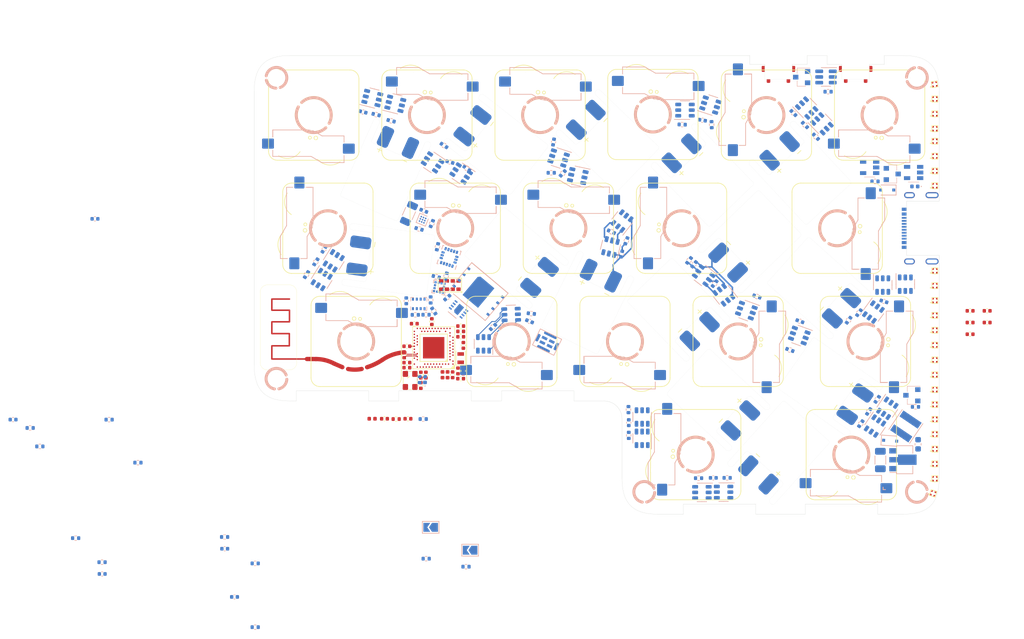
<source format=kicad_pcb>
(kicad_pcb (version 20211014) (generator pcbnew)
  (layers (0 "F.Cu" signal) (1 "In1.Cu" signal) (2 "In2.Cu" signal) (31 "B.Cu" signal) (34 "B.Paste" user) (35 "F.Paste" user) (36 "B.SilkS" user "B.Silkscreen") (37 "F.SilkS" user "F.Silkscreen") (38 "B.Mask" user) (39 "F.Mask" user) (44 "Edge.Cuts" user))
  (net 0 "")
  (net 1 "B1-")
  (net 2 "B+")
  (net 3 "B2-")
  (net 4 "B3-")
  (net 5 "B4-")
  (net 6 "B6-")
  (net 7 "B7-")
  (net 8 "B8-")
  (net 9 "B10-")
  (net 10 "B11-")
  (net 11 "B12-")
  (net 12 "GND")
  (net 14 "Net-(AE1-Pad1)")
  (net 15 "/MCU/P0.29")
  (net 16 "/MCU/P0.02")
  (net 17 "/MCU/P1.15")
  (net 18 "/MCU/P1.13")
  (net 19 "/MCU/P0.25")
  (net 20 "/MCU/P0.13")
  (net 21 "/MCU/P0.15")
  (net 22 "/MCU/P0.24")
  (net 23 "/MCU/P0.30")
  (net 24 "/MCU/P0.28")
  (net 25 "/MCU/P0.03")
  (net 26 "/MCU/P1.14")
  (net 27 "/MCU/P0.10")
  (net 28 "/MCU/P0.06")
  (net 29 "/MCU/P0.09")
  (net 30 "/MCU/P1.06")
  (net 31 "/MCU/P1.04")
  (net 32 "/MCU/P1.03")
  (net 33 "B5-")
  (net 34 "B9-")
  (net 35 "Net-(C1-Pad1)")
  (net 36 "Net-(C2-Pad1)")
  (net 37 "Net-(C3-Pad1)")
  (net 38 "Net-(C4-Pad1)")
  (net 39 "Net-(C5-Pad1)")
  (net 40 "Net-(C6-Pad1)")
  (net 41 "Net-(C7-Pad1)")
  (net 42 "Net-(C8-Pad1)")
  (net 43 "Net-(C9-Pad1)")
  (net 44 "Net-(C10-Pad1)")
  (net 45 "Net-(C11-Pad1)")
  (net 46 "Net-(C12-Pad1)")
  (net 47 "/LEDLane/Led_Vin")
  (net 48 "VBUS")
  (net 49 "B14-")
  (net 50 "B13-")
  (net 51 "SCL")
  (net 52 "Net-(C13-Pad1)")
  (net 53 "Net-(C14-Pad1)")
  (net 54 "Net-(C22-Pad1)")
  (net 55 "Net-(C23-Pad1)")
  (net 56 "Net-(C34-Pad2)")
  (net 57 "Net-(C26-Pad2)")
  (net 58 "Net-(C36-Pad2)")
  (net 59 "Net-(C27-Pad2)")
  (net 60 "/Filter&Reg/VBAT")
  (net 61 "Net-(C29-Pad1)")
  (net 62 "Net-(D1-Pad1)")
  (net 63 "Net-(D2-Pad1)")
  (net 64 "Net-(D2-Pad2)")
  (net 65 "Net-(D3-Pad2)")
  (net 66 "Net-(D4-Pad1)")
  (net 67 "CC1")
  (net 68 "Net-(J1-PadA6)")
  (net 69 "Net-(J1-PadA7)")
  (net 70 "CC2")
  (net 72 "Net-(JP1-Pad1)")
  (net 73 "Net-(JP1-Pad2)")
  (net 74 "Net-(JP2-Pad1)")
  (net 75 "Net-(L1-Pad2)")
  (net 76 "Net-(L2-Pad2)")
  (net 77 "Net-(Q2-Pad1)")
  (net 79 "GND1")
  (net 80 "Net-(Q11-Pad3)")
  (net 82 "Net-(Q11-Pad1)")
  (net 84 "Net-(Q12-Pad3)")
  (net 86 "Net-(Q12-Pad1)")
  (net 88 "Net-(Q13-Pad3)")
  (net 90 "Net-(Q13-Pad1)")
  (net 92 "Net-(Q14-Pad3)")
  (net 94 "Net-(Q14-Pad1)")
  (net 96 "Net-(Q15-Pad3)")
  (net 98 "Net-(Q15-Pad1)")
  (net 100 "Net-(Q16-Pad3)")
  (net 102 "Net-(Q16-Pad1)")
  (net 104 "Net-(Q17-Pad3)")
  (net 106 "Net-(Q17-Pad1)")
  (net 108 "Net-(Q10-Pad4)")
  (net 110 "Net-(Q10-Pad6)")
  (net 111 "Net-(Q11-Pad2)")
  (net 113 "Net-(Q12-Pad2)")
  (net 115 "Net-(Q13-Pad2)")
  (net 117 "Net-(Q14-Pad2)")
  (net 119 "Net-(Q15-Pad2)")
  (net 121 "Net-(Q16-Pad2)")
  (net 123 "Net-(Q17-Pad2)")
  (net 125 "Net-(Q18-Pad2)")
  (net 128 "Net-(Q19-Pad4)")
  (net 130 "Net-(Q19-Pad6)")
  (net 132 "Net-(Q20-Pad4)")
  (net 134 "Net-(Q20-Pad6)")
  (net 136 "Net-(Q21-Pad4)")
  (net 138 "Net-(Q21-Pad6)")
  (net 140 "Net-(Q22-Pad4)")
  (net 142 "Net-(Q22-Pad6)")
  (net 143 "Net-(Q23-Pad2)")
  (net 145 "Net-(Q24-Pad2)")
  (net 147 "Net-(Q25-Pad2)")
  (net 149 "Net-(Q26-Pad2)")
  (net 151 "/ExtVcc/GND_EN")
  (net 152 "/LEDLane/Led_Ground")
  (net 153 "/MCU/BatOffPin")
  (net 154 "SDA")
  (net 155 "/FuelGauge/BatteryPin")
  (net 156 "Net-(C35-Pad2)")
  (net 157 "Net-(C37-Pad2)")
  (net 158 "Net-(C38-Pad1)")
  (net 159 "Net-(C39-Pad2)")
  (net 160 "/Gyro/Gyro_Interupt")
  (net 161 "/BAROMETRIC/CSB")
  (net 162 "/BAROMETRIC/SDO")
  (net 163 "/LIGHT/APDS_IRQ")
  (net 166 "Net-(U2-Pad3)")
  (net 168 "Net-(U4-Pad4)")
  (net 169 "Net-(U5-Pad4)")
  (net 170 "Net-(U6-Pad4)")
  (net 171 "Net-(U7-Pad4)")
  (net 172 "Net-(U8-Pad4)")
  (net 173 "Net-(U10-Pad1)")
  (net 174 "Net-(U10-Pad4)")
  (net 175 "Net-(U11-Pad4)")
  (net 176 "Net-(U12-Pad4)")
  (net 177 "Net-(U13-Pad4)")
  (net 178 "Net-(U14-Pad4)")
  (net 179 "Net-(U15-Pad4)")
  (net 180 "Net-(U16-Pad4)")
  (net 181 "Net-(U17-Pad4)")
  (net 182 "Net-(U18-Pad4)")
  (net 183 "Net-(U19-Pad4)")
  (net 184 "Net-(U20-Pad4)")
  (net 185 "Net-(U21-Pad4)")
  (net 186 "Net-(U22-Pad4)")
  (net 187 "Net-(U23-Pad4)")
  (net 188 "Net-(U24-Pad4)")
  (net 189 "Net-(U25-Pad4)")
  (net 190 "Net-(U26-Pad4)")
  (net 191 "/LEDLane/DIN")
  (net 192 "/MCU/D+")
  (net 193 "/MCU/D-")
  (net 194 "/MCU/P0.31")
  (net 196 "/MCU/SWC")
  (net 197 "DCCH")
  (net 198 "/MCU/P0.14")
  (net 199 "/MCU/P0.16")
  (net 200 "/FLASH/QSPI_SCK")
  (net 201 "/FLASH/QSPI_DATA3")
  (net 202 "/FLASH/QSPI_DATA2")
  (net 203 "/MCU/SWD")
  (net 204 "/FLASH/QSPI_DATA0")
  (net 205 "/FLASH/QSPI_CS")
  (net 206 "/FLASH/QSPI_DATA1")
  (net 207 "/MCU/P1.12")
  (net 208 "/MCU/PDM_DAT")
  (net 209 "/MCU/PDM_CLK")
  (net 210 "PROG")
  (net 211 "/MCU/P0.07")
  (net 212 "/MCU/P0.08")
  (net 213 "/MCU/P1.07")
  (net 214 "/MCU/P0.05")
  (net 218 "Net-(U37-Pad3)")
  (net 222 "Net-(C41-Pad2)")
  (net 223 "Net-(C49-Pad1)")
  (net 225 "Net-(Q27-Pad4)")
  (net 227 "Net-(Q27-Pad6)")
  (net 229 "Net-(Q28-Pad4)")
  (net 231 "Net-(Q28-Pad6)")
  (net 232 "Net-(Q30-Pad2)")
  (net 234 "Net-(Q31-Pad2)")
  (net 236 "Net-(R43-Pad1)")
  (net 237 "Net-(R43-Pad2)")
  (net 238 "Net-(R44-Pad2)")
  (net 239 "Net-(R45-Pad1)")
  (net 240 "/BAROMETRIC/NRF_VDD")
  (footprint "Capacitor_SMD:C_0402_1005Metric" (layer "F.Cu") (at 119.7 115.95)
    (fp_text reference "C34" hide)
    (fp_text value "820pF")
  )
  (footprint "Library:BatteryV2" (layer "F.Cu") (at 177.918309 88.578937 -136)
    (fp_text reference "B6" hide)
    (fp_text value "Battery")
    (fp_line (start 10.35 13.65) (end 10.35 0.2) (layer "Edge.Cuts") (width 0.01))
    (fp_line (start 9.95 -0.2) (end 0.2 -0.2) (layer "Edge.Cuts") (width 0.01))
    (fp_line (start 9.25 10.600002) (end 9.25 13.65) (layer "Edge.Cuts") (width 0.01))
    (fp_line (start 0.9 13.65) (end 0.900002 10.6) (layer "Edge.Cuts") (width 0.01))
    (fp_line (start -0.2 0.2) (end -0.2 13.65) (layer "Edge.Cuts") (width 0.01))
    (fp_line (start 8.85 10.200002) (end 1.300002 10.2) (layer "Edge.Cuts") (width 0.01))
    (fp_arc (start 0.9 13.65) (mid 0.35 14.2) (end -0.2 13.65) (layer "Edge.Cuts") (width 0.01))
    (fp_arc (start 0.900002 10.6) (mid 1.01716 10.317158) (end 1.300002 10.2) (layer "Edge.Cuts") (width 0.01))
    (fp_arc (start 8.85 10.200002) (mid 9.132842 10.31716) (end 9.25 10.600002) (layer "Edge.Cuts") (width 0.01))
    (fp_arc (start 9.95 -0.2) (mid 10.232843 -0.082843) (end 10.35 0.2) (layer "Edge.Cuts") (width 0.01))
    (fp_arc (start -0.2 0.2) (mid -0.082842 -0.082843) (end 0.2 -0.2) (layer "Edge.Cuts") (width 0.01))
    (fp_arc (start 10.35 13.65) (mid 9.8 14.2) (end 9.25 13.65) (layer "Edge.Cuts") (width 0.01))
  )
  (footprint "Library:GateronHotswap" (layer "F.Cu") (at 194.5125 134.188524)
    (fp_text reference "REF**" hide)
    (fp_text value "GateronHotswap")
  )
  (footprint "Library:Led-ARGB" (layer "F.Cu") (at 208.584116 86.443083)
    (fp_text reference "U10" hide)
    (fp_text value "WS2812B_-_1010")
  )
  (footprint "Library:GateronHotswap" (layer "F.Cu") (at 104.025 77.038524)
    (fp_text reference "REF**" hide)
    (fp_text value "GateronHotswap")
  )
  (footprint "" (layer "F.Cu") (at 97.75 70.763524)
    (fp_text reference "")
    (fp_text value "")
  )
  (footprint "" (layer "F.Cu") (at 205.54995 70.763514 -90)
    (fp_text reference "")
    (fp_text value "")
  )
  (footprint "Library:Led-ARGB" (layer "F.Cu") (at 208.584116 79.333083)
    (fp_text reference "U7" hide)
    (fp_text value "WS2812B_-_1010")
  )
  (footprint "Inductor_SMD:L_0402_1005Metric" (layer "F.Cu") (at 113.85 128.15)
    (fp_text reference "L3" hide)
    (fp_text value "3.9nH")
  )
  (footprint "Library:BatteryV2" (layer "F.Cu") (at 194.340207 88.380839 -137)
    (fp_text reference "B1" hide)
    (fp_text value "Battery")
    (fp_line (start 8.85 10.200002) (end 1.300002 10.2) (layer "Edge.Cuts") (width 0.01))
    (fp_line (start 10.35 13.65) (end 10.35 0.2) (layer "Edge.Cuts") (width 0.01))
    (fp_line (start 0.9 13.65) (end 0.900002 10.6) (layer "Edge.Cuts") (width 0.01))
    (fp_line (start -0.2 0.2) (end -0.2 13.65) (layer "Edge.Cuts") (width 0.01))
    (fp_line (start 9.25 10.600002) (end 9.25 13.65) (layer "Edge.Cuts") (width 0.01))
    (fp_line (start 9.95 -0.2) (end 0.2 -0.2) (layer "Edge.Cuts") (width 0.01))
    (fp_arc (start 8.85 10.200002) (mid 9.132842 10.31716) (end 9.25 10.600002) (layer "Edge.Cuts") (width 0.01))
    (fp_arc (start 0.900002 10.6) (mid 1.01716 10.317158) (end 1.300002 10.2) (layer "Edge.Cuts") (width 0.01))
    (fp_arc (start 9.95 -0.2) (mid 10.232843 -0.082843) (end 10.35 0.2) (layer "Edge.Cuts") (width 0.01))
    (fp_arc (start 0.9 13.65) (mid 0.35 14.2) (end -0.2 13.65) (layer "Edge.Cuts") (width 0.01))
    (fp_arc (start 10.35 13.65) (mid 9.8 14.2) (end 9.25 13.65) (layer "Edge.Cuts") (width 0.01))
    (fp_arc (start -0.2 0.2) (mid -0.082842 -0.082842) (end 0.2 -0.2) (layer "Edge.Cuts") (width 0.01))
  )
  (footprint "Library:Led-ARGB" (layer "F.Cu") (at 208.584116 103.252726)
    (fp_text reference "U12" hide)
    (fp_text value "WS2812B_-_1010")
  )
  (footprint "Library:Button" (layer "F.Cu") (at 182.245953 71.013525)
    (fp_text reference "U29" hide)
    (fp_text value "Button")
    (fp_line (start -2.32 0) (end -2.32 -2.25) (layer "Edge.Cuts") (width 0.01))
    (fp_line (start 2.32 0) (end 2.32 -2.25) (layer "Edge.Cuts") (width 0.01))
    (fp_line (start 2.32 0) (end -2.32 0) (layer "Edge.Cuts") (width 0.01))
  )
  (footprint "Library:Led-ARGB" (layer "F.Cu") (at 208.584116 113.252726)
    (fp_text reference "U16" hide)
    (fp_text value "WS2812B_-_1010")
  )
  (footprint "Library:Led-ARGB" (layer "F.Cu") (at 208.584116 74.333083)
    (fp_text reference "U5" hide)
    (fp_text value "WS2812B_-_1010")
  )
  (footprint "Crystal:Crystal_SMD_2012-2Pin_2.0x1.2mm" (layer "F.Cu") (at 128.760541 117.95 90)
    (fp_text reference "X1" hide)
    (fp_text value "32.768 kHz")
  )
  (footprint "Capacitor_SMD:C_0402_1005Metric" (layer "F.Cu") (at 129.2 120.1 -90)
    (fp_text reference "C22" hide)
    (fp_text value "12pF")
  )
  (footprint "Capacitor_SMD:C_0402_1005Metric" (layer "F.Cu") (at 119.7 119.55)
    (fp_text reference "C37" hide)
    (fp_text value "12pF")
  )
  (footprint "Library:crystal 32mhz" (layer "F.Cu") (at 120.25 121.7 -90)
    (fp_text reference "X2" hide)
    (fp_text value "32MHZ")
  )
  (footprint "Library:GateronHotswap" (layer "F.Cu") (at 146.8875 96.088524 180)
    (fp_text reference "REF**" hide)
    (fp_text value "GateronHotswap")
  )
  (footprint "Library:GateronHotswap" (layer "F.Cu") (at 142.125 77.038524 180)
    (fp_text reference "REF**" hide)
    (fp_text value "GateronHotswap")
  )
  (footprint "Library:AQFN-73-1EP_7x7mm_P0.5mm_NRF52840-custom" (layer "F.Cu") (at 124.210541 116.2 180)
    (fp_text reference "U30" hide)
    (fp_text value "nRF52840_aQFN73")
  )
  (footprint "Capacitor_SMD:C_0402_1005Metric" (layer "F.Cu") (at 128.760541 114.35 180)
    (fp_text reference "C24" hide)
    (fp_text value "4.7uF")
  )
  (footprint "Library:Led-ARGB" (layer "F.Cu") (at 208.584116 123.252726)
    (fp_text reference "U20" hide)
    (fp_text value "WS2812B_-_1010")
  )
  (footprint "Library:GateronHotswap" (layer "F.Cu") (at 199.275 77.038524)
    (fp_text reference "REF**" hide)
    (fp_text value "GateronHotswap")
  )
  (footprint "Library:Led-ARGB" (layer "F.Cu") (at 208.584116 125.752726)
    (fp_text reference "U21" hide)
    (fp_text value "WS2812B_-_1010")
  )
  (footprint "Capacitor_SMD:C_0402_1005Metric" (layer "F.Cu") (at 217.375 111.955)
    (fp_text reference "C18" hide)
    (fp_text value "100nF")
  )
  (footprint "Capacitor_SMD:C_0402_1005Metric" (layer "F.Cu") (at 119.25 117.4 90)
    (fp_text reference "C35" hide)
    (fp_text value "1pF")
  )
  (footprint "Capacitor_SMD:C_0402_1005Metric" (layer "F.Cu") (at 122.05 120.8 90)
    (fp_text reference "C32" hide)
    (fp_text value "100nF")
  )
  (footprint "Library:BatteryV2" (layer "F.Cu") (at 180.55 105.3 48)
    (fp_text reference "B7" hide)
    (fp_text value "Battery")
    (fp_line (start -0.2 0.2) (end -0.2 13.65) (layer "Edge.Cuts") (width 0.01))
    (fp_line (start 9.95 -0.2) (end 0.2 -0.2) (layer "Edge.Cuts") (width 0.01))
    (fp_line (start 0.9 13.65) (end 0.900002 10.6) (layer "Edge.Cuts") (width 0.01))
    (fp_line (start 8.85 10.200002) (end 1.300002 10.2) (layer "Edge.Cuts") (width 0.01))
    (fp_line (start 10.35 13.65) (end 10.35 0.2) (layer "Edge.Cuts") (width 0.01))
    (fp_line (start 9.25 10.600002) (end 9.25 13.65) (layer "Edge.Cuts") (width 0.01))
    (fp_arc (start 0.900002 10.6) (mid 1.01716 10.317158) (end 1.300002 10.2) (layer "Edge.Cuts") (width 0.01))
    (fp_arc (start 8.85 10.200002) (mid 9.132842 10.31716) (end 9.25 10.600002) (layer "Edge.Cuts") (width 0.01))
    (fp_arc (start 9.95 -0.2) (mid 10.232843 -0.082843) (end 10.35 0.2) (layer "Edge.Cuts") (width 0.01))
    (fp_arc (start 0.9 13.65) (mid 0.35 14.2) (end -0.2 13.65) (layer "Edge.Cuts") (width 0.01))
    (fp_arc (start -0.2 0.2) (mid -0.082842 -0.082842) (end 0.2 -0.2) (layer "Edge.Cuts") (width 0.01))
    (fp_arc (start 10.35 13.65) (mid 9.8 14.2) (end 9.25 13.65) (layer "Edge.Cuts") (width 0.01))
  )
  (footprint "Library:Led-ARGB" (layer "F.Cu") (at 208.584116 130.752726)
    (fp_text reference "U23" hide)
    (fp_text value "WS2812B_-_1010")
  )
  (footprint "Library:GateronHotswap" (layer "F.Cu") (at 168.31875 134.188524 -90)
    (fp_text reference "REF**" hide)
    (fp_text value "GateronHotswap")
  )
  (footprint "Library:APDS-9960" (layer "F.Cu") (at 126.935 105.65 -90)
    (fp_text reference "U37" hide)
    (fp_text value "APDS-9960")
  )
  (footprint "Library:BatteryV2" (layer "F.Cu") (at 183.131534 125.296797 -42)
    (fp_text reference "B11" hide)
    (fp_text value "Battery")
    (fp_line (start 8.85 10.200002) (end 1.300002 10.2) (layer "Edge.Cuts") (width 0.01))
    (fp_line (start 9.95 -0.2) (end 0.2 -0.2) (layer "Edge.Cuts") (width 0.01))
    (fp_line (start 9.25 10.600002) (end 9.25 13.65) (layer "Edge.Cuts") (width 0.01))
    (fp_line (start 10.35 13.65) (end 10.35 0.2) (layer "Edge.Cuts") (width 0.01))
    (fp_line (start -0.2 0.2) (end -0.2 13.65) (layer "Edge.Cuts") (width 0.01))
    (fp_line (start 0.9 13.65) (end 0.900002 10.6) (layer "Edge.Cuts") (width 0.01))
    (fp_arc (start -0.2 0.2) (mid -0.082842 -0.082842) (end 0.2 -0.2) (layer "Edge.Cuts") (width 0.01))
    (fp_arc (start 9.95 -0.2) (mid 10.232843 -0.082843) (end 10.35 0.2) (layer "Edge.Cuts") (width 0.01))
    (fp_arc (start 0.9 13.65) (mid 0.35 14.2) (end -0.2 13.65) (layer "Edge.Cuts") (width 0.01))
    (fp_arc (start 10.35 13.65) (mid 9.8 14.2) (end 9.25 13.65) (layer "Edge.Cuts") (width 0.01))
    (fp_arc (start 8.85 10.200002) (mid 9.132842 10.31716) (end 9.25 10.600002) (layer "Edge.Cuts") (width 0.01))
    (fp_arc (start 0.900002 10.6) (mid 1.01716 10.317158) (end 1.300002 10.2) (layer "Edge.Cuts") (width 0.01))
  )
  (footprint "Library:Led-ARGB" (layer "F.Cu") (at 208.584116 76.833083)
    (fp_text reference "U6" hide)
    (fp_text value "WS2812B_-_1010")
  )
  (footprint "Library:BatteryV2" (layer "F.Cu") (at 124.193029 97.388894 -98)
    (fp_text reference "B13" hide)
    (fp_text value "Battery")
    (fp_line (start 9.25 10.600002) (end 9.25 13.65) (layer "Edge.Cuts") (width 0.01))
    (fp_line (start 0.9 13.65) (end 0.900002 10.6) (layer "Edge.Cuts") (width 0.01))
    (fp_line (start 10.35 13.65) (end 10.35 0.2) (layer "Edge.Cuts") (width 0.01))
    (fp_line (start 8.85 10.200002) (end 1.300002 10.2) (layer "Edge.Cuts") (width 0.01))
    (fp_line (start 9.95 -0.2) (end 0.2 -0.2) (layer "Edge.Cuts") (width 0.01))
    (fp_line (start -0.2 0.2) (end -0.2 13.65) (layer "Edge.Cuts") (width 0.01))
    (fp_arc (start -0.2 0.2) (mid -0.082842 -0.082842) (end 0.2 -0.2) (layer "Edge.Cuts") (width 0.01))
    (fp_arc (start 0.900002 10.6) (mid 1.01716 10.317158) (end 1.300002 10.2) (layer "Edge.Cuts") (width 0.01))
    (fp_arc (start 10.35 13.65) (mid 9.799999 14.2) (end 9.25 13.65) (layer "Edge.Cuts") (width 0.01))
    (fp_arc (start 8.85 10.200002) (mid 9.132842 10.31716) (end 9.25 10.600002) (layer "Edge.Cuts") (width 0.01))
    (fp_arc (start 9.95 -0.2) (mid 10.232842 -0.082843) (end 10.35 0.2) (layer "Edge.Cuts") (width 0.01))
    (fp_arc (start 0.9 13.65) (mid 0.35 14.2) (end -0.2 13.65) (layer "Edge.Cuts") (width 0.01))
  )
  (footprint "Capacitor_SMD:C_0402_1005Metric" (layer "F.Cu") (at 214.505 111.955)
    (fp_text reference "C20" hide)
    (fp_text value "100nF")
  )
  (footprint "Library:GateronHotswap" (layer "F.Cu") (at 196.893751 115.138524 90)
    (fp_text reference "REF**" hide)
    (fp_text value "GateronHotswap")
  )
  (footprint "Library:Led-ARGB" (layer "F.Cu") (at 208.584116 115.752726)
    (fp_text reference "U17" hide)
    (fp_text value "WS2812B_-_1010")
  )
  (footprint "Library:Led-ARGB" (layer "F.Cu") (at 208.280645 140.716041 -18)
    (fp_text reference "U27" hide)
    (fp_text value "WS2812B_-_1010")
  )
  (footprint "Library:GateronHotswap" (layer "F.Cu") (at 137.3625 115.138524)
    (fp_text reference "REF**" hide)
    (fp_text value "GateronHotswap")
  )
  (footprint "Library:ConicCorner" (layer "F.Cu") (at 207.299949 67.013524)
    (fp_text reference "REF**" hide)
    (fp_text value "ConicCorner" hide)
    (fp_line (start 0.685007 1.565378) (end 0.56 1.44) (layer "Edge.Cuts") (width 0.03))
    (fp_line (start -3.109557 0.029585) (end -3.326097 0.014735) (layer "Edge.Cuts") (width 0.03))
    (fp_line (start -2.476649 0.094994) (end -2.684833 0.069714) (layer "Edge.Cuts") (width 0.03))
    (fp_line (start 0.685007 1.565378) (end 0.803113 1.697657) (layer "Edge.Cuts") (width 0.03))
    (fp_line (start 1.589742 3.127744) (end 1.650704 3.30803) (layer "Edge.Cuts") (width 0.03))
    (fp_line (start -0.608282 0.620207) (end -0.77787 0.545713) (layer "Edge.Cuts") (width 0.03))
    (fp_line (start 0.434993 1.314622) (end 0.302343 1.196887) (layer "Edge.Cuts") (width 0.03))
    (fp_line (start 0.434993 1.314622) (end 0.56 1.44) (layer "Edge.Cuts") (width 0.03))
    (fp_line (start -1.127744 0.410258) (end -1.30803 0.349296) (layer "Edge.Cuts") (width 0.03))
    (fp_line (start 1.905006 4.476649) (end 1.930286 4.684833) (layer "Edge.Cuts") (width 0.03))
    (fp_line (start 1.970415 5.109557) (end 1.985265 5.326097) (layer "Edge.Cuts") (width 0.03))
    (fp_line (start 1.38 2.61) (end 1.454287 2.77787) (layer "Edge.Cuts") (width 0.03))
    (fp_curve (pts (xy 1.113416 2.13435) (xy 1.209506 2.286225) (xy 1.298275 2.444307) (xy 1.379793 2.608282)) (layer "Edge.Cuts") (width 0.03))
    (fp_curve (pts (xy -4 0) (xy -3.771346 0) (xy -3.546712 0.004911) (xy -3.326097 0.014735)) (layer "Edge.Cuts") (width 0.03))
    (fp_curve (pts (xy -0.608282 0.620207) (xy -0.444307 0.701725) (xy -0.286225 0.790494) (xy -0.13435 0.886584)) (layer "Edge.Cuts") (width 0.03))
    (fp_curve (pts (xy 1.650704 3.30803) (xy 1.705157 3.493399) (xy 1.753391 3.683603) (xy 1.795683 3.87844)) (layer "Edge.Cuts") (width 0.03))
    (fp_curve (pts (xy 1.985265 5.326097) (xy 1.995089 5.546712) (xy 2 5.771346) (xy 2 6)) (layer "Edge.Cuts") (width 0.03))
    (fp_curve (pts (xy 1.795683 3.87844) (xy 1.837975 4.073277) (xy 1.874324 4.272747) (xy 1.905006 4.476649)) (layer "Edge.Cuts") (width 0.03))
    (fp_curve (pts (xy -0.13435 0.886584) (xy 0.017526 0.982674) (xy 0.163194 1.086085) (xy 0.302343 1.196887)) (layer "Edge.Cuts") (width 0.03))
    (fp_curve (pts (xy 0.803113 1.697657) (xy 0.913915 1.836806) (xy 1.017326 1.982474) (xy 1.113416 2.13435)) (layer "Edge.Cuts") (width 0.03))
    (fp_curve (pts (xy 1.454287 2.77787) (xy 1.522015 2.952807) (xy 1.522015 2.952807) (xy 1.589742 3.127744)) (layer "Edge.Cuts") (width 0.03))
    (fp_curve (pts (xy -1.127744 0.410258) (xy -0.952807 0.477985) (xy -0.952807 0.477985) (xy -0.77787 0.545713)) (layer "Edge.Cuts") (width 0.03))
    (fp_curve (pts (xy -2.476649 0.094994) (xy -2.272747 0.125676) (xy -2.073277 0.162025) (xy -1.87844 0.204317)) (layer "Edge.Cuts") (width 0.03))
    (fp_curve (pts (xy 1.930286 4.684833) (xy 1.95035 4.897195) (xy 1.95035 4.897195) (xy 1.970415 5.109557)) (layer "Edge.Cuts") (width 0.03))
    (fp_curve (pts (xy -3.109557 0.029585) (xy -2.897195 0.04965) (xy -2.897195 0.04965) (xy -2.684833 0.069714)) (layer "Edge.Cuts") (width 0.03))
    (fp_curve (pts (xy -1.87844 0.204317) (xy -1.683603 0.246609) (xy -1.493399 0.294843) (xy -1.30803 0.349296)) (layer "Edge.Cuts") (width 0.03))
  )
  (footprint "Resistor_SMD:R_0402_1005Metric" (layer "F.Cu") (at 117.9 128.2)
    (fp_text reference "R39" hide)
    (fp_text value "0R")
  )
  (footprint "Library:Led-ARGB" (layer "F.Cu") (at 208.584116 105.752726)
    (fp_text reference "U13" hide)
    (fp_text value "WS2812B_-_1010")
  )
  (footprint "Library:Led-ARGB" (layer "F.Cu") (at 208.584116 83.943083)
    (fp_text reference "U9" hide)
    (fp_text value "WS2812B_-_1010")
  )
  (footprint "Library:Led-ARGB" (layer "F.Cu") (at 208.584116 128.252726)
    (fp_text reference "U22" hide)
    (fp_text value "WS2812B_-_1010")
  )
  (footprint "Library:BatteryV2" (layer "F.Cu") (at 129.575 100.525 50)
    (fp_text reference "B14" hide)
    (fp_text value "Battery")
    (fp_line (start 9.25 10.600002) (end 9.25 13.65) (layer "Edge.Cuts") (width 0.01))
    (fp_line (start 8.85 10.200002) (end 1.300002 10.2) (layer "Edge.Cuts") (width 0.01))
    (fp_line (start 0.9 13.65) (end 0.900002 10.6) (layer "Edge.Cuts") (width 0.01))
    (fp_line (start -0.2 0.2) (end -0.2 13.65) (layer "Edge.Cuts") (width 0.01))
    (fp_line (start 9.95 -0.2) (end 0.2 -0.2) (layer "Edge.Cuts") (width 0.01))
    (fp_line (start 10.35 13.65) (end 10.35 0.2) (layer "Edge.Cuts") (width 0.01))
    (fp_arc (start 10.35 13.65) (mid 9.8 14.2) (end 9.25 13.65) (layer "Edge.Cuts") (width 0.01))
    (fp_arc (start 0.9 13.65) (mid 0.35 14.2) (end -0.2 13.65) (layer "Edge.Cuts") (width 0.01))
    (fp_arc (start -0.2 0.2) (mid -0.082842 -0.082842) (end 0.2 -0.2) (layer "Edge.Cuts") (width 0.01))
    (fp_arc (start 8.85 10.200002) (mid 9.132843 10.31716) (end 9.25 10.600002) (layer "Edge.Cuts") (width 0.01))
    (fp_arc (start 0.900002 10.6) (mid 1.01716 10.317158) (end 1.300002 10.2) (layer "Edge.Cuts") (width 0.01))
    (fp_arc (start 9.95 -0.2) (mid 10.232842 -0.082842) (end 10.35 0.2) (layer "Edge.Cuts") (width 0.01))
  )
  (footprint "Capacitor_SMD:C_0402_1005Metric" (layer "F.Cu") (at 214.505 109.985)
    (fp_text reference "C17" hide)
    (fp_text value "100nF")
  )
  (footprint "Capacitor_SMD:C_0402_1005Metric" (layer "F.Cu") (at 127.4 120.75 90)
    (fp_text reference "C28" hide)
    (fp_text value "1uF")
  )
  (footprint "" (layer "F.Cu") (at 205.549957 140.463525 180)
    (fp_text reference "")
    (fp_text value "")
  )
  (footprint "Library:BatteryV2" (layer "F.Cu") (at 178.878938 89.881692 -46)
    (fp_text reference "B5" hide)
    (fp_text value "Battery")
    (fp_line (start 9.95 -0.2) (end 0.2 -0.2) (layer "Edge.Cuts") (width 0.01))
    (fp_line (start 9.25 10.600002) (end 9.25 13.65) (layer "Edge.Cuts") (width 0.01))
    (fp_line (start -0.2 0.2) (end -0.2 13.65) (layer "Edge.Cuts") (width 0.01))
    (fp_line (start 10.35 13.65) (end 10.35 0.2) (layer "Edge.Cuts") (width 0.01))
    (fp_line (start 0.9 13.65) (end 0.900002 10.6) (layer "Edge.Cuts") (width 0.01))
    (fp_line (start 8.85 10.200002) (end 1.300002 10.2) (layer "Edge.Cuts") (width 0.01))
    (fp_arc (start 9.95 -0.2) (mid 10.232842 -0.082842) (end 10.35 0.2) (layer "Edge.Cuts") (width 0.01))
    (fp_arc (start 0.9 13.65) (mid 0.35 14.2) (end -0.2 13.65) (layer "Edge.Cuts") (width 0.01))
    (fp_arc (start 0.900002 10.6) (mid 1.01716 10.317158) (end 1.300002 10.2) (layer "Edge.Cuts") (width 0.01))
    (fp_arc (start -0.2 0.2) (mid -0.082842 -0.082843) (end 0.2 -0.2) (layer "Edge.Cuts") (width 0.01))
    (fp_arc (start 8.85 10.200002) (mid 9.132842 10.31716) (end 9.25 10.600002) (layer "Edge.Cuts") (width 0.01))
    (fp_arc (start 10.35 13.65) (mid 9.8 14.2) (end 9.25 13.65) (layer "Edge.Cuts") (width 0.01))
  )
  (footprint "Inductor_SMD:L_0402_1005Metric" (layer "F.Cu") (at 125.7 120.75 -90)
    (fp_text reference "L1" hide)
    (fp_text value "15nH")
  )
  (footprint "Library:Led-ARGB" (layer "F.Cu") (at 208.584116 133.252726)
    (fp_text reference "U24" hide)
    (fp_text value "WS2812B_-_1010")
  )
  (footprint "Library:BatteryV2" (layer "F.Cu") (at 117.952058 94.664884 156)
    (fp_text reference "B2" hide)
    (fp_text value "Battery")
    (fp_line (start -0.2 0.2) (end -0.2 13.65) (layer "Edge.Cuts") (width 0.01))
    (fp_line (start 9.25 10.600002) (end 9.25 13.65) (layer "Edge.Cuts") (width 0.01))
    (fp_line (start 8.85 10.200002) (end 1.300002 10.2) (layer "Edge.Cuts") (width 0.01))
    (fp_line (start 0.9 13.65) (end 0.900002 10.6) (layer "Edge.Cuts") (width 0.01))
    (fp_line (start 9.95 -0.2) (end 0.2 -0.2) (layer "Edge.Cuts") (width 0.01))
    (fp_line (start 10.35 13.65) (end 10.35 0.2) (layer "Edge.Cuts") (width 0.01))
    (fp_arc (start 10.35 13.65) (mid 9.8 14.2) (end 9.25 13.65) (layer "Edge.Cuts") (width 0.01))
    (fp_arc (start 0.9 13.65) (mid 0.35 14.2) (end -0.2 13.65) (layer "Edge.Cuts") (width 0.01))
    (fp_arc (start 8.85 10.200002) (mid 9.132843 10.31716) (end 9.25 10.600002) (layer "Edge.Cuts") (width 0.01))
    (fp_arc (start 9.95 -0.2) (mid 10.232843 -0.082843) (end 10.35 0.2) (layer "Edge.Cuts") (width 0.01))
    (fp_arc (start 0.900002 10.6) (mid 1.01716 10.317158) (end 1.300002 10.2) (layer "Edge.Cuts") (width 0.01))
    (fp_arc (start -0.2 0.2) (mid -0.082842 -0.082842) (end 0.2 -0.2) (layer "Edge.Cuts") (width 0.01))
  )
  (footprint "Library:BatteryV2" (layer "F.Cu") (at 151.656124 117.070582 154)
    (fp_text reference "B9" hide)
    (fp_text value "Battery")
    (fp_line (start -0.2 0.2) (end -0.2 13.65) (layer "Edge.Cuts") (width 0.01))
    (fp_line (start 9.95 -0.2) (end 0.2 -0.2) (layer "Edge.Cuts") (width 0.01))
    (fp_line (start 0.9 13.65) (end 0.900002 10.6) (layer "Edge.Cuts") (width 0.01))
    (fp_line (start 8.85 10.200002) (end 1.300002 10.2) (layer "Edge.Cuts") (width 0.01))
    (fp_line (start 10.35 13.65) (end 10.35 0.2) (layer "Edge.Cuts") (width 0.01))
    (fp_line (start 9.25 10.600002) (end 9.25 13.65) (layer "Edge.Cuts") (width 0.01))
    (fp_arc (start -0.2 0.2) (mid -0.082842 -0.082842) (end 0.2 -0.2) (layer "Edge.Cuts") (width 0.01))
    (fp_arc (start 0.900002 10.6) (mid 1.01716 10.317158) (end 1.300002 10.2) (layer "Edge.Cuts") (width 0.01))
    (fp_arc (start 8.85 10.200002) (mid 9.132842 10.31716) (end 9.25 10.600002) (layer "Edge.Cuts") (width 0.01))
    (fp_arc (start 9.95 -0.2) (mid 10.232842 -0.082842) (end 10.35 0.2) (layer "Edge.Cuts") (width 0.01))
    (fp_arc (start 0.9 13.65) (mid 0.35 14.2) (end -0.2 13.65) (layer "Edge.Cuts") (width 0.01))
    (fp_arc (start 10.35 13.65) (mid 9.8 14.2) (end 9.25 13.65) (layer "Edge.Cuts") (width 0.01))
  )
  (footprint "Capacitor_SMD:C_0402_1005Metric" (layer "F.Cu") (at 214.505 113.925)
    (fp_text reference "C19" hide)
    (fp_text value "100nF")
  )
  (footprint "Library:GateronHotswap" (layer "F.Cu") (at 175.462499 115.138524 90)
    (fp_text reference "REF**" hide)
    (fp_text value "GateronHotswap")
  )
  (footprint "Library:ConicCorner" (layer "F.Cu") (at 157.9125 144.213524 180)
    (fp_text reference "REF**" hide)
    (fp_text value "ConicCorner" hide)
    (fp_line (start -2.476649 0.094994) (end -2.684833 0.069714) (layer "Edge.Cuts") (width 0.03))
    (fp_line (start 1.38 2.61) (end 1.454287 2.77787) (layer "Edge.Cuts") (width 0.03))
    (fp_line (start 0.434993 1.314622) (end 0.302343 1.196887) (layer "Edge.Cuts") (width 0.03))
    (fp_line (start 0.685007 1.565378) (end 0.56 1.44) (layer "Edge.Cuts") (width 0.03))
    (fp_line (start 1.905006 4.476649) (end 1.930286 4.684833) (layer "Edge.Cuts") (width 0.03))
    (fp_line (start -1.127744 0.410258) (end -1.30803 0.349296) (layer "Edge.Cuts") (width 0.03))
    (fp_line (start 0.685007 1.565378) (end 0.803113 1.697657) (layer "Edge.Cuts") (width 0.03))
    (fp_line (start 1.589742 3.127744) (end 1.650704 3.30803) (layer "Edge.Cuts") (width 0.03))
    (fp_line (start -3.109557 0.029585) (end -3.326097 0.014735) (layer "Edge.Cuts") (width 0.03))
    (fp_line (start -0.608282 0.620207) (end -0.77787 0.545713) (layer "Edge.Cuts") (width 0.03))
    (fp_line (start 0.434993 1.314622) (end 0.56 1.44) (layer "Edge.Cuts") (width 0.03))
    (fp_line (start 1.970415 5.109557) (end 1.985265 5.326097) (layer "Edge.Cuts") (width 0.03))
    (fp_curve (pts (xy 1.795683 3.87844) (xy 1.837975 4.073277) (xy 1.874324 4.272747) (xy 1.905006 4.476649)) (layer "Edge.Cuts") (width 0.03))
    (fp_curve (pts (xy -0.13435 0.886584) (xy 0.017526 0.982674) (xy 0.163194 1.086085) (xy 0.302343 1.196887)) (layer "Edge.Cuts") (width 0.03))
    (fp_curve (pts (xy -1.87844 0.204317) (xy -1.683603 0.246609) (xy -1.493399 0.294843) (xy -1.30803 0.349296)) (layer "Edge.Cuts") (width 0.03))
    (fp_curve (pts (xy 1.930286 4.684833) (xy 1.95035 4.897195) (xy 1.95035 4.897195) (xy 1.970415 5.109557)) (layer "Edge.Cuts") (width 0.03))
    (fp_curve (pts (xy -4 0) (xy -3.771346 0) (xy -3.546712 0.004911) (xy -3.326097 0.014735)) (layer "Edge.Cuts") (width 0.03))
    (fp_curve (pts (xy -3.109557 0.029585) (xy -2.897195 0.04965) (xy -2.897195 0.04965) (xy -2.684833 0.069714)) (layer "Edge.Cuts") (width 0.03))
    (fp_curve (pts (xy -1.127744 0.410258) (xy -0.952807 0.477985) (xy -0.952807 0.477985) (xy -0.77787 0.545713)) (layer "Edge.Cuts") (width 0.03))
    (fp_curve (pts (xy 1.113416 2.13435) (xy 1.209506 2.286225) (xy 1.298275 2.444307) (xy 1.379793 2.608282)) (layer "Edge.Cuts") (width 0.03))
    (fp_curve (pts (xy 1.650704 3.30803) (xy 1.705157 3.493399) (xy 1.753391 3.683603) (xy 1.795683 3.87844)) (layer "Edge.Cuts") (width 0.03))
    (fp_curve (pts (xy 0.803113 1.697657) (xy 0.913915 1.836806) (xy 1.017326 1.982474) (xy 1.113416 2.13435)) (layer "Edge.Cuts") (width 0.03))
    (fp_curve (pts (xy 1.454287 2.77787) (xy 1.522015 2.952807) (xy 1.522015 2.952807) (xy 1.589742 3.127744)) (layer "Edge.Cuts") (width 0.03))
    (fp_curve (pts (xy -2.476649 0.094994) (xy -2.272747 0.125676) (xy -2.073277 0.162025) (xy -1.87844 0.204317)) (layer "Edge.Cuts") (width 0.03))
    (fp_curve (pts (xy 1.985265 5.326097) (xy 1.995089 5.546712) (xy 2 5.771346) (xy 2 6)) (layer "Edge.Cuts") (width 0.03))
    (fp_curve (pts (xy -0.608282 0.620207) (xy -0.444307 0.701725) (xy -0.286225 0.790494) (xy -0.13435 0.886584)) (layer "Edge.Cuts") (width 0.03))
  )
  (footprint "Capacitor_SMD:C_0402_1005Metric" (layer "F.Cu") (at 119.7 118.7 180)
    (fp_text reference "C38" hide)
    (fp_text value "100pF")
  )
  (footprint "Library:GateronHotswap" (layer "F.Cu") (at 123.075 77.038524 180)
    (fp_text reference "REF**" hide)
    (fp_text value "GateronHotswap")
  )
  (footprint "Capacitor_SMD:C_0402_1005Metric" (layer "F.Cu") (at 120.95 112.15)
    (fp_text reference "C33" hide)
    (fp_text value "100nF")
  )
  (footprint "Library:Led-ARGB" (layer "F.Cu") (at 208.584116 108.252726)
    (fp_text reference "U14" hide)
    (fp_text value "WS2812B_-_1010")
  )
  (footprint "Library:GateronHotswap" (layer "F.Cu") (at 165.9375 96.088524 -90)
    (fp_text reference "REF**" hide)
    (fp_text value "GateronHotswap")
  )
  (footprint "Library:BatteryV2" (layer "F.Cu") (at 182.396263 122.971617 55)
    (fp_text reference "B10" hide)
    (fp_text value "Battery")
    (fp_line (start 10.35 13.65) (end 10.35 0.2) (layer "Edge.Cuts") (width 0.01))
    (fp_line (start 9.25 10.600002) (end 9.25 13.65) (layer "Edge.Cuts") (width 0.01))
    (fp_line (start 0.9 13.65) (end 0.900002 10.6) (layer "Edge.Cuts") (width 0.01))
    (fp_line (start -0.2 0.2) (end -0.2 13.65) (layer "Edge.Cuts") (width 0.01))
    (fp_line (start 9.95 -0.2) (end 0.2 -0.2) (layer "Edge.Cuts") (width 0.01))
    (fp_line (start 8.85 10.200002) (end 1.300002 10.2) (layer "Edge.Cuts") (width 0.01))
    (fp_arc (start 8.85 10.200002) (mid 9.132842 10.31716) (end 9.25 10.600002) (layer "Edge.Cuts") (width 0.01))
    (fp_arc (start -0.2 0.2) (mid -0.082842 -0.082842) (end 0.2 -0.2) (layer "Edge.Cuts") (width 0.01))
    (fp_arc (start 9.95 -0.2) (mid 10.232843 -0.082842) (end 10.35 0.2) (layer "Edge.Cuts") (width 0.01))
    (fp_arc (start 0.9 13.65) (mid 0.35 14.2) (end -0.2 13.65) (layer "Edge.Cuts") (width 0.01))
    (fp_arc (start 0.900002 10.6) (mid 1.01716 10.317158) (end 1.300002 10.2) (layer "Edge.Cuts") (width 0.01))
    (fp_arc (start 10.35 13.65) (mid 9.800001 14.2) (end 9.25 13.65) (layer "Edge.Cuts") (width 0.01))
  )
  (footprint "Capacitor_SMD:C_0402_1005Metric" (layer "F.Cu") (at 129.210541 115.8 90)
    (fp_text reference "C23" hide)
    (fp_text value "12pF")
  )
  (footprint "Library:Led-ARGB" (layer "F.Cu") (at 208.584116 88.93352)
    (fp_text reference "U11" hide)
    (fp_text value "WS2812B_-_1010")
  )
  (footprint "Library:Led-ARGB" (layer "F.Cu") (at 208.584116 110.752726)
    (fp_text reference "U15" hide)
    (fp_text value "WS2812B_-_1010")
  )
  (footprint "Library:Led-ARGB" (layer "F.Cu") (at 208.584116 81.43352)
    (fp_text reference "U8" hide)
    (fp_text value "WS2812B_-_1010")
  )
  (footprint "Capacitor_SMD:C_0402_1005Metric" (layer "F.Cu") (at 123.9 111.8 -90)
    (fp_text reference "C31" hide)
    (fp_text value "100nF")
  )
  (footprint "Library:Led-ARGB" (layer "F.Cu") (at 208.535703 71.84714 8)
    (fp_text reference "U4" hide)
    (fp_text value "WS2812B_-_1010")
  )
  (footprint "Capacitor_SMD:C_0402_1005Metric" (layer "F.Cu") (at 128.75 121.4)
    (fp_text reference "C29" hide)
    (fp_text value "1uF")
  )
  (footprint "Capacitor_SMD:C_0402_1005Metric" (layer "F.Cu") (at 122.05 122.55 -90)
    (fp_text reference "C36" hide)
    (fp_text value "12pF")
  )
  (footprint "Capacitor_SMD:C_0402_1005Metric" (layer "F.Cu") (at 128.760541 112.55 180)
    (fp_text reference "C27" hide)
    (fp_text value "4.7uF")
  )
  (footprint "" (layer "F.Cu") (at 97.75 121.413526 90)
    (fp_text reference "")
    (fp_text value "")
  )
  (footprint "Library:2.4GHz-meander-antenna-v2" (layer "F.Cu") (at 102.7 118.093 -90)
    (fp_text reference "AE1" hide)
    (fp_text value "Antenna" hide)
  )
  (footprint "Inductor_SMD:L_0402_1005Metric" (layer "F.Cu") (at 126.55 120.75 90)
    (fp_text reference "L2" hide)
    (fp_text value "10uH")
  )
  (footprint "Library:GateronHotswap" (layer "F.Cu") (at 127.8375 96.088524 180)
    (fp_text reference "REF**" hide)
    (fp_text value "GateronHotswap")
  )
  (footprint "Capacitor_SMD:C_0402_1005Metric" (layer "F.Cu") (at 217.375 109.985)
    (fp_text reference "C16" hide)
    (fp_text value "100nF")
  )
  (footprint "Library:Led-ARGB" (layer "F.Cu") (at 208.584116 118.252726)
    (fp_text reference "U18" hide)
    (fp_text value "WS2812B_-_1010")
  )
  (footprint "Library:ConicCorner" (layer "F.Cu") (at 96 125.163524 180)
    (fp_text reference "REF**" hide)
    (fp_text value "ConicCorner" hide)
    (fp_line (start -3.109557 0.029585) (end -3.326097 0.014735) (layer "Edge.Cuts") (width 0.03))
    (fp_line (start -2.476649 0.094994) (end -2.684833 0.069714) (layer "Edge.Cuts") (width 0.03))
    (fp_line (start -1.127744 0.410258) (end -1.30803 0.349296) (layer "Edge.Cuts") (width 0.03))
    (fp_line (start 1.589742 3.127744) (end 1.650704 3.30803) (layer "Edge.Cuts") (width 0.03))
    (fp_line (start 1.905006 4.476649) (end 1.930286 4.684833) (layer "Edge.Cuts") (width 0.03))
    (fp_line (start 1.970415 5.109557) (end 1.985265 5.326097) (layer "Edge.Cuts") (width 0.03))
    (fp_line (start 0.685007 1.565378) (end 0.803113 1.697657) (layer "Edge.Cuts") (width 0.03))
    (fp_line (start 0.434993 1.314622) (end 0.302343 1.196887) (layer "Edge.Cuts") (width 0.03))
    (fp_line (start 0.434993 1.314622) (end 0.56 1.44) (layer "Edge.Cuts") (width 0.03))
    (fp_line (start 0.685007 1.565378) (end 0.56 1.44) (layer "Edge.Cuts") (width 0.03))
    (fp_line (start -0.608282 0.620207) (end -0.77787 0.545713) (layer "Edge.Cuts") (width 0.03))
    (fp_line (start 1.38 2.61) (end 1.454287 2.77787) (layer "Edge.Cuts") (width 0.03))
    (fp_curve (pts (xy -1.127744 0.410258) (xy -0.952807 0.477985) (xy -0.952807 0.477985) (xy -0.77787 0.545713)) (layer "Edge.Cuts") (width 0.03))
    (fp_curve (pts (xy -3.109557 0.029585) (xy -2.897195 0.04965) (xy -2.897195 0.04965) (xy -2.684833 0.069714)) (layer "Edge.Cuts") (width 0.03))
    (fp_curve (pts (xy 1.113416 2.13435) (xy 1.209506 2.286225) (xy 1.298275 2.444307) (xy 1.379793 2.608282)) (layer "Edge.Cuts") (width 0.03))
    (fp_curve (pts (xy 1.795683 3.87844) (xy 1.837975 4.073277) (xy 1.874324 4.272747) (xy 1.905006 4.476649)) (layer "Edge.Cuts") (width 0.03))
    (fp_curve (pts (xy -0.608282 0.620207) (xy -0.444307 0.701725) (xy -0.286225 0.790494) (xy -0.13435 0.886584)) (layer "Edge.Cuts") (width 0.03))
    (fp_curve (pts (xy 1.650704 3.30803) (xy 1.705157 3.493399) (xy 1.753391 3.683603) (xy 1.795683 3.87844)) (layer "Edge.Cuts") (width 0.03))
    (fp_curve (pts (xy -0.13435 0.886584) (xy 0.017526 0.982674) (xy 0.163194 1.086085) (xy 0.302343 1.196887)) (layer "Edge.Cuts") (width 0.03))
    (fp_curve (pts (xy 1.454287 2.77787) (xy 1.522015 2.952807) (xy 1.522015 2.952807) (xy 1.589742 3.127744)) (layer "Edge.Cuts") (width 0.03))
    (fp_curve (pts (xy -4 0) (xy -3.771346 0) (xy -3.546712 0.004911) (xy -3.326097 0.014735)) (layer "Edge.Cuts") (width 0.03))
    (fp_curve (pts (xy 0.803113 1.697657) (xy 0.913915 1.836806) (xy 1.017326 1.982474) (xy 1.113416 2.13435)) (layer "Edge.Cuts") (width 0.03))
    (fp_curve (pts (xy -2.476649 0.094994) (xy -2.272747 0.125676) (xy -2.073277 0.162025) (xy -1.87844 0.204317)) (layer "Edge.Cuts") (width 0.03))
    (fp_curve (pts (xy 1.985265 5.326097) (xy 1.995089 5.546712) (xy 2 5.771346) (xy 2 6)) (layer "Edge.Cuts") (width 0.03))
    (fp_curve (pts (xy -1.87844 0.204317) (xy -1.683603 0.246609) (xy -1.493399 0.294843) (xy -1.30803 0.349296)) (layer "Edge.Cuts") (width 0.03))
    (fp_curve (pts (xy 1.930286 4.684833) (xy 1.95035 4.897195) (xy 1.95035 4.897195) (xy 1.970415 5.109557)) (layer "Edge.Cuts") (width 0.03))
  )
  (footprint "Library:BatteryV2" (layer "F.Cu") (at 143.325 82.225 -128)
    (fp_text reference "B12" hide)
    (fp_text value "Battery")
    (fp_line (start 0.9 13.65) (end 0.900002 10.6) (layer "Edge.Cuts") (width 0.01))
    (fp_line (start 10.35 13.65) (end 10.35 0.2) (layer "Edge.Cuts") (width 0.01))
    (fp_line (start 8.85 10.200002) (end 1.300002 10.2) (layer "Edge.Cuts") (width 0.01))
    (fp_line (start 9.95 -0.2) (end 0.2 -0.2) (layer "Edge.Cuts") (width 0.01))
    (fp_line (start 9.25 10.600002) (end 9.25 13.65) (layer "Edge.Cuts") (width 0.01))
    (fp_line (start -0.2 0.2) (end -0.2 13.65) (layer "Edge.Cuts") (width 0.01))
    (fp_arc (start 0.900002 10.6) (mid 1.01716 10.317158) (end 1.300002 10.2) (layer "Edge.Cuts") (width 0.01))
    (fp_arc (start 10.35 13.65) (mid 9.8 14.2) (end 9.25 13.65) (layer "Edge.Cuts") (width 0.01))
    (fp_arc (start -0.2 0.2) (mid -0.082842 -0.082842) (end 0.2 -0.2) (layer "Edge.Cuts") (width 0.01))
    (fp_arc (start 0.9 13.65) (mid 0.35 14.2) (end -0.2 13.65) (layer "Edge.Cuts") (width 0.01))
    (fp_arc (start 9.95 -0.2) (mid 10.232843 -0.082843) (end 10.35 0.2) (layer "Edge.Cuts") (width 0.01))
    (fp_arc (start 8.85 10.200002) (mid 9.132842 10.31716) (end 9.25 10.600002) (layer "Edge.Cuts") (width 0.01))
  )
  (footprint "Library:Led-ARGB" (layer "F.Cu") (at 208.584116 135.752726)
    (fp_text reference "U25" hide)
    (fp_text value "WS2812B_-_1010")
  )
  (footprint "Library:BatteryV2" (layer "F.Cu") (at 163.612634 123.971715 47)
    (fp_text reference "B4" hide)
    (fp_text value "Battery")
    (fp_line (start 10.35 13.65) (end 10.35 0.2) (layer "Edge.Cuts") (width 0.01))
    (fp_line (start 0.9 13.65) (end 0.900002 10.6) (layer "Edge.Cuts") (width 0.01))
    (fp_line (start 9.25 10.600002) (end 9.25 13.65) (layer "Edge.Cuts") (width 0.01))
    (fp_line (start -0.2 0.2) (end -0.2 13.65) (layer "Edge.Cuts") (width 0.01))
    (fp_line (start 9.95 -0.2) (end 0.2 -0.2) (layer "Edge.Cuts") (width 0.01))
    (fp_line (start 8.85 10.200002) (end 1.300002 10.2) (layer "Edge.Cuts") (width 0.01))
    (fp_arc (start -0.2 0.2) (mid -0.082842 -0.082842) (end 0.2 -0.2) (layer "Edge.Cuts") (width 0.01))
    (fp_arc (start 8.85 10.200002) (mid 9.132842 10.31716) (end 9.25 10.600002) (layer "Edge.Cuts") (width 0.01))
    (fp_arc (start 9.95 -0.2) (mid 10.232842 -0.082842) (end 10.35 0.2) (layer "Edge.Cuts") (width 0.01))
    (fp_arc (start 0.900002 10.6) (mid 1.01716 10.317158) (end 1.300002 10.2) (layer "Edge.Cuts") (width 0.01))
    (fp_arc (start 0.9 13.65) (mid 0.35 14.2) (end -0.2 13.65) (layer "Edge.Cuts") (width 0.01))
    (fp_arc (start 10.35 13.65) (mid 9.8 14.2) (end 9.25 13.65) (layer "Edge.Cuts") (width 0.01))
  )
  (footprint "Library:Led-ARGB" (layer "F.Cu") (at 208.584116 138.252726)
    (fp_text reference "U26" hide)
    (fp_text value "WS2812B_-_1010")
  )
  (footprint "Capacitor_SMD:C_0402_1005Metric" (layer "F.Cu") (at 128.3 120.1 90)
    (fp_text reference "C26" hide)
    (fp_text value "100nF")
  )
  (footprint "Library:GateronHotswap" (layer "F.Cu") (at 111.16875 115.138524 180)
    (fp_text reference "REF**" hide)
    (fp_text value "GateronHotswap")
  )
  (footprint "Library:GateronHotswap" (layer "F.Cu") (at 180.225 77.038524 -90)
    (fp_text reference "REF**" hide)
    (fp_text value "GateronHotswap")
  )
  (footprint "Library:Button" (layer "F.Cu") (at 195.245952 71.013522)
    (fp_text reference "U2" hide)
    (fp_text value "Button")
    (fp_line (start 2.32 0) (end -2.32 0) (layer "Edge.Cuts") (width 0.01))
    (fp_line (start 2.32 0) (end 2.32 -2.25) (layer "Edge.Cuts") (width 0.01))
    (fp_line (start -2.32 0) (end -2.32 -2.25) (layer "Edge.Cuts") (width 0.01))
  )
  (footprint "Library:GateronHotswap" (layer "F.Cu") (at 161.111744 76.937516 180)
    (fp_text reference "REF**" hide)
    (fp_text value "GateronHotswap")
  )
  (footprint "Capacitor_SMD:C_0402_1005Metric" (layer "F.Cu") (at 115.93 128.15)
    (fp_text reference "C39" hide)
    (fp_text value "1pF")
  )
  (footprint "Capacitor_SMD:C_0402_1005Metric" (layer "F.Cu") (at 119.88 128.15)
    (fp_text reference "C40" hide)
    (fp_text value "1.5pF")
  )
  (footprint "Library:BatteryV2" (layer "F.Cu") (at 157 108.35 44)
    (fp_text reference "B8" hide)
    (fp_text value "Battery")
    (fp_line (start 10.35 13.65) (end 10.35 0.2) (layer "Edge.Cuts") (width 0.01))
    (fp_line (start 8.85 10.200002) (end 1.300002 10.2) (layer "Edge.Cuts") (width 0.01))
    (fp_line (start 0.9 13.65) (end 0.900002 10.6) (layer "Edge.Cuts") (width 0.01))
    (fp_line (start 9.95 -0.2) (end 0.2 -0.2) (layer "Edge.Cuts") (width 0.01))
    (fp_line (start -0.2 0.2) (end -0.2 13.65) (layer "Edge.Cuts") (width 0.01))
    (fp_line (start 9.25 10.600002) (end 9.25 13.65) (layer "Edge.Cuts") (width 0.01))
    (fp_arc (start 8.85 10.200002) (mid 9.132842 10.31716) (end 9.25 10.600002) (layer "Edge.Cuts") (width 0.01))
    (fp_arc (start 0.9 13.65) (mid 0.35 14.2) (end -0.2 13.65) (layer "Edge.Cuts") (width 0.01))
    (fp_arc (start -0.2 0.2) (mid -0.082842 -0.082843) (end 0.2 -0.2) (layer "Edge.Cuts") (width 0.01))
    (fp_arc (start 9.95 -0.2) (mid 10.232843 -0.082843) (end 10.35 0.2) (layer "Edge.Cuts") (width 0.01))
    (fp_arc (start 0.900002 10.6) (mid 1.01716 10.317158) (end 1.300002 10.2) (layer "Edge.Cuts") (width 0.01))
    (fp_arc (start 10.35 13.65) (mid 9.8 14.2) (end 9.25 13.65) (layer "Edge.Cuts") (width 0.01))
  )
  (footprint "" (layer "F.Cu") (at 159.6625 140.463526 90)
    (fp_text reference "")
    (fp_text value "")
  )
  (footprint "Capacitor_SMD:C_0402_1005Metric" (layer "F.Cu") (at 122.9 120.8 -90)
    (fp_text reference "C30" hide)
    (fp_text value "47nF")
  )
  (footprint "Library:GateronHotswap" (layer "F.Cu") (at 192.13125 96.088523 90)
    (fp_text reference "REF**" hide)
    (fp_text value "GateronHotswap")
  )
  (footprint "Library:BatteryV2" (layer "F.Cu") (at 161.975 82.525 -134)
    (fp_text reference "B3" hide)
    (fp_text value "Battery")
    (fp_line (start -0.2 0.2) (end -0.2 13.65) (layer "Edge.Cuts") (width 0.01))
    (fp_line (start 0.9 13.65) (end 0.900002 10.6) (layer "Edge.Cuts") (width 0.01))
    (fp_line (start 9.25 10.600002) (end 9.25 13.65) (layer "Edge.Cuts") (width 0.01))
    (fp_line (start 10.35 13.65) (end 10.35 0.2) (layer "Edge.Cuts") (width 0.01))
    (fp_line (start 8.85 10.200002) (end 1.300002 10.2) (layer "Edge.Cuts") (width 0.01))
    (fp_line (start 9.95 -0.2) (end 0.2 -0.2) (layer "Edge.Cuts") (width 0.01))
    (fp_arc (start 9.95 -0.2) (mid 10.232843 -0.082843) (end 10.35 0.2) (layer "Edge.Cuts") (width 0.01))
    (fp_arc (start 10.35 13.65) (mid 9.8 14.2) (end 9.25 13.65) (layer "Edge.Cuts") (width 0.01))
    (fp_arc (start 0.900002 10.6) (mid 1.01716 10.317158) (end 1.300002 10.2) (layer "Edge.Cuts") (width 0.01))
    (fp_arc (start 8.85 10.200002) (mid 9.132842 10.31716) (end 9.25 10.600002) (layer "Edge.Cuts") (width 0.01))
    (fp_arc (start -0.2 0.2) (mid -0.082842 -0.082843) (end 0.2 -0.2) (layer "Edge.Cuts") (width 0.01))
    (fp_arc (start 0.9 13.65) (mid 0.35 14.2) (end -0.2 13.65) (layer "Edge.Cuts") (width 0.01))
  )
  (footprint "Library:Led-ARGB" (layer "F.Cu") (at 208.584116 120.752726)
    (fp_text reference "U19" hide)
    (fp_text value "WS2812B_-_1010")
  )
  (footprint "Library:GateronHotswap" (layer "F.Cu") (at 156.4125 115.138524)
    (fp_text reference "REF**" hide)
    (fp_text value "GateronHotswap")
  )
  (footprint "Library:GateronHotswap" (layer "F.Cu") (at 106.40625 96.088524 -90)
    (fp_text reference "REF**" hide)
    (fp_text value "GateronHotswap")
  )
  (footprint "Capacitor_SMD:C_0402_1005Metric" (layer "F.Cu") (at 128.760541 113.45 180)
    (fp_text reference "C25" hide)
    (fp_text value "4.7uF")
  )
  (footprint "Resistor_SMD:R_0402_1005Metric" (layer "B.Cu") (at 114.526969 76.958695 -14)
    (fp_text reference "R12" hide)
    (fp_text value "100")
  )
  (footprint "Diode_SMD:D_SOD-323F" (layer "B.Cu") (at 200.55 89.65 180)
    (fp_text reference "D1" hide)
    (fp_text value "1N5819")
  )
  (footprint "Library:SOT-23-6-Small" (layer "B.Cu") (at 159.300001 127.86 90)
    (fp_text reference "Q14" hide)
    (fp_text value "DW01")
  )
  (footprint "Capacitor_SMD:C_0402_1005Metric" (layer "B.Cu") (at 90.69 158.14 180)
    (fp_text reference "C48" hide)
    (fp_text value "0.1uF")
  )
  (footprint "Package_TO_SOT_SMD:SOT-23" (layer "B.Cu") (at 186.15 70.65 180)
    (fp_text reference "Q2" hide)
    (fp_text value "AO3407")
  )
  (footprint "Library:SOT-23-6-Small" (layer "B.Cu") (at 105.352859 104.718079 -122)
    (fp_text reference "Q30" hide)
    (fp_text value "DW01")
  )
  (footprint "Resistor_SMD:R_0402_1005Metric" (layer "B.Cu") (at 129.8 86 146)
    (fp_text reference "R26" hide)
    (fp_text value "100")
  )
  (footprint "Resistor_SMD:R_0402_1005Metric" (layer "B.Cu") (at 68.395229 152.295 180)
    (fp_text reference "R52" hide)
    (fp_text value "10K")
  )
  (footprint "Library:SOT-23-6-Small" (layer "B.Cu") (at 169.65 104.049993 142)
    (fp_text reference "Q15" hide)
    (fp_text value "DW01")
  )
  (footprint "Resistor_SMD:R_0402_1005Metric" (layer "B.Cu") (at 126.3 104.15 76)
    (fp_text reference "R55" hide)
    (fp_text value "10K")
  )
  (footprint "Capacitor_SMD:C_0402_1005Metric" (layer "B.Cu") (at 53.41 128.29 180)
    (fp_text reference "C42" hide)
    (fp_text value "0.1uF")
  )
  (footprint "Capacitor_SMD:C_0402_1005Metric" (layer "B.Cu") (at 126.95 84.95 164)
    (fp_text reference "C12" hide)
    (fp_text value "100nF")
  )
  (footprint "Capacitor_SMD:C_0402_1005Metric" (layer "B.Cu") (at 140.35 111.75 158)
    (fp_text reference "C14" hide)
    (fp_text value "100nF")
  )
  (footprint "Library:USB-C_C168688" (layer "B.Cu") (at 203.802725 96.088524 90)
    (fp_text reference "J1" hide)
    (fp_text value "USB-C USB 2.0 MC-372")
  )
  (footprint "Library:SOT-23-6-Small" (layer "B.Cu") (at 159.300001 131.447497 90)
    (fp_text reference "Q6" hide)
    (fp_text value "8205A")
  )
  (footprint "Library:SOT-23-6-Small" (layer "B.Cu") (at 145.24 84.26 162)
    (fp_text reference "Q13" hide)
    (fp_text value "DW01")
  )
  (footprint "Sensor_Humidity:Sensirion_DFN-8-1EP_2.5x2.5mm_P0.5mm_EP1.1x1.7mm" (layer "B.Cu") (at 128.4 109.75 -40)
    (fp_text reference "U36" hide)
    (fp_text value "SHT30-DIS")
  )
  (footprint "Library:SOT-23-6-Small" (layer "B.Cu") (at 198.49815 129.375869 -124)
    (fp_text reference "Q20" hide)
    (fp_text value "8205A")
  )
  (footprint "Resistor_SMD:R_0402_1005Metric" (layer "B.Cu") (at 74.43 135.54 180)
    (fp_text reference "R45" hide)
    (fp_text value "12K")
  )
  (footprint "Library:SOT-23-6-Small" (layer "B.Cu") (at 200.573668 126.388203 -124)
    (fp_text reference "Q24" hide)
    (fp_text value "DW01")
  )
  (footprint "Library:SOT-23-6-Small" (layer "B.Cu") (at 117.751541 75.134604 -14)
    (fp_text reference "Q4" hide)
    (fp_text value "8205A")
  )
  (footprint "Resistor_SMD:R_0402_1005Metric" (layer "B.Cu") (at 121.75 96.2 164)
    (fp_text reference "TH1" hide)
    (fp_text value "Thermistor_NTC")
  )
  (footprint "Resistor_SMD:R_0402_1005Metric" (layer "B.Cu") (at 89.02 148.05 180)
    (fp_text reference "R33" hide)
    (fp_text value "5.1K")
  )
  (footprint "LED_SMD:LED_0402_1005Metric" (layer "B.Cu") (at 122.75 121.55 90)
    (fp_text reference "D2" hide)
    (fp_text value "BLUE")
  )
  (footprint "Resistor_SMD:R_0402_1005Metric" (layer "B.Cu") (at 168.8 138.15 180)
    (fp_text reference "R21" hide)
    (fp_text value "1K")
  )
  (footprint "Library:SOT-23-6-Small" (layer "B.Cu") (at 155.925 94.875 52)
    (fp_text reference "Q23" hide)
    (fp_text value "DW01")
  )
  (footprint "Capacitor_SMD:C_0402_1005Metric" (layer "B.Cu") (at 112.319614 76.511393 -14)
    (fp_text reference "C2" hide)
    (fp_text value "100nF")
  )
  (footprint "Resistor_SMD:R_0402_1005Metric" (layer "B.Cu") (at 122.95 151.7 180)
    (fp_text reference "R37" hide)
    (fp_text value "4.7K")
  )
  (footprint "Capacitor_SMD:C_0402_1005Metric" (layer "B.Cu") (at 168.05 102.15 52)
    (fp_text reference "C5" hide)
    (fp_text value "100nF")
  )
  (footprint "Resistor_SMD:R_0402_1005Metric" (layer "B.Cu") (at 166.040311 78.632201 -2)
    (fp_text reference "R16" hide)
    (fp_text value "100")
  )
  (footprint "Library:SOT-23-6-Small" (layer "B.Cu") (at 128.840573 86.853795 146)
    (fp_text reference "Q22" hide)
    (fp_text value "8205A")
  )
  (footprint "Capacitor_SMD:C_0402_1005Metric" (layer "B.Cu") (at 144.39 81.57 80)
    (fp_text reference "C3" hide)
    (fp_text value "100nF")
  )
  (footprint "Resistor_SMD:R_0402_1005Metric" (layer "B.Cu") (at 178.620757 107.57557 160)
    (fp_text reference "R10" hide)
    (fp_text value "1K")
  )
  (footprint "Library:SOT-23-6-Small" (layer "B.Cu") (at 166.5125 76.199995)
    (fp_text reference "Q16" hide)
    (fp_text value "DW01")
  )
  (footprint "Resistor_SMD:R_0402_1005Metric" (layer "B.Cu") (at 102.803491 103.891519 -122)
    (fp_text reference "R27" hide)
    (fp_text value "1K")
  )
  (footprint "Resistor_SMD:R_0402_1005Metric" (layer "B.Cu") (at 63.945229 148.245 180)
    (fp_text reference "R53" hide)
    (fp_text value "10K")
  )
  (footprint "Package_TO_SOT_SMD:SOT-23" (layer "B.Cu") (at 204.7 124.2 180)
    (fp_text reference "Q33" hide)
    (fp_text value "AO3400A")
  )
  (footprint "Library:ConicCorner" (layer "B.Cu") (at 96 67.013524 180)
    (fp_text reference "REF**" hide)
    (fp_text value "ConicCorner" hide)
    (fp_line (start 0.685007 -1.565378) (end 0.803113 -1.697657) (layer "Edge.Cuts") (width 0.03))
    (fp_line (start -0.608282 -0.620207) (end -0.77787 -0.545713) (layer "Edge.Cuts") (width 0.03))
    (fp_line (start 1.905006 -4.476649) (end 1.930286 -4.684833) (layer "Edge.Cuts") (width 0.03))
    (fp_line (start 1.970415 -5.109557) (end 1.985265 -5.326097) (layer "Edge.Cuts") (width 0.03))
    (fp_line (start 1.589742 -3.127744) (end 1.650704 -3.30803) (layer "Edge.Cuts") (width 0.03))
    (fp_line (start 0.685007 -1.565378) (end 0.56 -1.44) (layer "Edge.Cuts") (width 0.03))
    (fp_line (start 1.38 -2.61) (end 1.454287 -2.77787) (layer "Edge.Cuts") (width 0.03))
    (fp_line (start -1.127744 -0.410258) (end -1.30803 -0.349296) (layer "Edge.Cuts") (width 0.03))
    (fp_line (start -2.476649 -0.094994) (end -2.684833 -0.069714) (layer "Edge.Cuts") (width 0.03))
    (fp_line (start 0.434993 -1.314622) (end 0.302343 -1.196887) (layer "Edge.Cuts") (width 0.03))
    (fp_line (start -3.109557 -0.029585) (end -3.326097 -0.014735) (layer "Edge.Cuts") (width 0.03))
    (fp_line (start 0.434993 -1.314622) (end 0.56 -1.44) (layer "Edge.Cuts") (width 0.03))
    (fp_curve (pts (xy 0.803113 -1.697657) (xy 0.913915 -1.836806) (xy 1.017326 -1.982474) (xy 1.113416 -2.13435)) (layer "Edge.Cuts") (width 0.03))
    (fp_curve (pts (xy -2.476649 -0.094994) (xy -2.272747 -0.125676) (xy -2.073277 -0.162025) (xy -1.87844 -0.204317)) (layer "Edge.Cuts") (width 0.03))
    (fp_curve (pts (xy 1.930286 -4.684833) (xy 1.95035 -4.897195) (xy 1.95035 -4.897195) (xy 1.970415 -5.109557)) (layer "Edge.Cuts") (width 0.03))
    (fp_curve (pts (xy 1.985265 -5.326097) (xy 1.995089 -5.546712) (xy 2 -5.771346) (xy 2 -6)) (layer "Edge.Cuts") (width 0.03))
    (fp_curve (pts (xy -3.109557 -0.029585) (xy -2.897195 -0.04965) (xy -2.897195 -0.04965) (xy -2.684833 -0.069714)) (layer "Edge.Cuts") (width 0.03))
    (fp_curve (pts (xy -1.87844 -0.204317) (xy -1.683603 -0.246609) (xy -1.493399 -0.294843) (xy -1.30803 -0.349296)) (layer "Edge.Cuts") (width 0.03))
    (fp_curve (pts (xy -1.127744 -0.410258) (xy -0.952807 -0.477985) (xy -0.952807 -0.477985) (xy -0.77787 -0.545713)) (layer "Edge.Cuts") (width 0.03))
    (fp_curve (pts (xy 1.113416 -2.13435) (xy 1.209506 -2.286225) (xy 1.298275 -2.444307) (xy 1.379793 -2.608282)) (layer "Edge.Cuts") (width 0.03))
    (fp_curve (pts (xy -0.13435 -0.886584) (xy 0.017526 -0.982674) (xy 0.163194 -1.086085) (xy 0.302343 -1.196887)) (layer "Edge.Cuts") (width 0.03))
    (fp_curve (pts (xy -0.608282 -0.620207) (xy -0.444307 -0.701725) (xy -0.286225 -0.790494) (xy -0.13435 -0.886584)) (layer "Edge.Cuts") (width 0.03))
    (fp_curve (pts (xy 1.454287 -2.77787) (xy 1.522015 -2.952807) (xy 1.522015 -2.952807) (xy 1.589742 -3.127744)) (layer "Edge.Cuts") (width 0.03))
    (fp_curve (pts (xy 1.650704 -3.30803) (xy 1.705157 -3.493399) (xy 1.753391 -3.683603) (xy 1.795683 -3.87844)) (layer "Edge.Cuts") (width 0.03))
    (fp_curve (pts (xy 1.795683 -3.87844) (xy 1.837975 -4.073277) (xy 1.874324 -4.272747) (xy 1.905006 -4.476649)) (layer "Edge.Cuts") (width 0.03))
    (fp_curve (pts (xy -4 0) (xy -3.771346 0) (xy -3.546712 -0.004911) (xy -3.326097 -0.014735)) (layer "Edge.Cuts") (width 0.03))
  )
  (footprint "Resistor_SMD:R_0402_1005Metric" (layer "B.Cu") (at 57.92 132.81 180)
    (fp_text reference "R40" hide)
    (fp_text value "820K")
  )
  (footprint "Library:SOT-23-6-Small" (layer "B.Cu") (at 173.01 140.5 180)
    (fp_text reference "Q21" hide)
    (fp_text value "8205A")
  )
  (footprint "Resistor_SMD:R_0402_1005Metric" (layer "B.Cu") (at 173.61 138.1 180)
    (fp_text reference "R25" hide)
    (fp_text value "100")
  )
  (footprint "Capacitor_SMD:C_0402_1005Metric" (layer "B.Cu") (at 105.760485 99.631108 -122)
    (fp_text reference "C13" hide)
    (fp_text value "100nF")
  )
  (footprint "Capacitor_SMD:C_0402_1005Metric" (layer "B.Cu") (at 197.436656 126.925944 -124)
    (fp_text reference "C10" hide)
    (fp_text value "100nF")
  )
  (footprint "Package_TO_SOT_SMD:SOT-23" (layer "B.Cu") (at 201.4 86.95)
    (fp_text reference "Q1" hide)
    (fp_text value "AO3407")
  )
  (footprint "Capacitor_SMD:C_0402_1005Metric" (layer "B.Cu") (at 200.006506 108.398333 -18)
    (fp_text reference "C7" hide)
    (fp_text value "100nF")
  )
  (footprint "Resistor_SMD:R_0402_1005Metric" (layer "B.Cu") (at 190.6 73.1 180)
    (fp_text reference "R2" hide)
    (fp_text value "5.1K")
  )
  (footprint "Resistor_SMD:R_0402_1005Metric" (layer "B.Cu") (at 124.65 104.25 166)
    (fp_text reference "R56" hide)
    (fp_text value "10K")
  )
  (footprint "Capacitor_SMD:C_0402_1005Metric" (layer "B.Cu") (at 171.28 138.1 180)
    (fp_text reference "C11" hide)
    (fp_text value "100nF")
  )
  (footprint "Resistor_SMD:R_0402_1005Metric" (layer "B.Cu") (at 122.928547 110.640531)
    (fp_text reference "R51" hide)
    (fp_text value "10K")
  )
  (footprint "Resistor_SMD:R_0402_1005Metric" (layer "B.Cu") (at 196.108086 128.985043 -124)
    (fp_text reference "R20" hide)
    (fp_text value "1K")
  )
  (footprint "Jumper:SolderJumper-2_P1.3mm_Open_TrianglePad1.0x1.5mm" (layer "B.Cu") (at 130.344277 150.28 180)
    (fp_text reference "JP1" hide)
    (fp_text value "SolderJumper_2_Open")
  )
  (footprint "Resistor_SMD:R_0402_1005Metric" (layer "B.Cu") (at 195.8 110.3 -126)
    (fp_text reference "R9" hide)
    (fp_text value "1K")
  )
  (footprint "Library:SPK0415HM4H" (layer "B.Cu") (at 143.3 115.25 -116)
    (fp_text reference "U38" hide)
    (fp_text value "PDM_Mic")
  )
  (footprint "Package_LGA:LGA-16_3x3mm_P0.5mm_LayoutBorder3x5y" (layer "B.Cu") (at 126.8 101 72)
    (fp_text reference "U34" hide)
    (fp_text value "LSM6DS33")
  )
  (footprint "Resistor_SMD:R_0402_1005Metric" (layer "B.Cu") (at 117.05 78 -14)
    (fp_text reference "R4" hide)
    (fp_text value "1K")
  )
  (footprint "Jumper:SolderJumper-2_P1.3mm_Open_TrianglePad1.0x1.5mm" (layer "B.Cu") (at 123.704277 146.43 180)
    (fp_text reference "JP2" hide)
    (fp_text value "SolderJumper_2_Open")
  )
  (footprint "Resistor_SMD:R_0402_1005Metric" (layer "B.Cu") (at 94.17 163.23 180)
    (fp_text reference "R54" hide)
    (fp_text value "10K")
  )
  (footprint "Library:SOT-23-6-Small" (layer "B.Cu") (at 189.573547 78.508324 -46)
    (fp_text reference "Q11" hide)
    (fp_text value "DW01")
  )
  (footprint "Library:SOT-23-6-Small" (layer "B.Cu") (at 124.025737 85.001504 146)
    (fp_text reference "Q26" hide)
    (fp_text value "DW01")
  )
  (footprint "Package_LGA:LGA-12_2x2mm_P0.5mm" (layer "B.Cu") (at 125.15 106.05 170)
    (fp_text reference "U40" hide)
    (fp_text value "LIS3MDL")
  )
  (footprint "Resistor_SMD:R_0402_1005Metric" (layer "B.Cu") (at 157.05 130.95 90)
    (fp_text reference "R14" hide)
    (fp_text value "100")
  )
  (footprint "Library:SOT-23-6-Small" (layer "B.Cu") (at 198.229093 110.190963 -126)
    (fp_text reference "Q9" hide)
    (fp_text value "8205A")
  )
  (footprint "Package_LGA:Bosch_LGA-8_2x2.5mm_P0.65mm_ClockwisePinNumbering" (layer "B.Cu") (at 121.7 108.81918)
    (fp_text reference "U35" hide)
    (fp_text value "BMP280")
  )
  (footprint "Package_BGA:WLP-9_1.448x1.468mm_Layout3x3_P0.4mm_Ball0.27mm_Pad0.25mm" (layer "B.Cu") (at 122.35 94.65 158)
    (fp_text reference "U31" hide)
    (fp_text value "MAX17055")
  )
  (footprint "Capacitor_SMD:C_0402_1005Metric" (layer "B.Cu") (at 157.050001 128.81 90)
    (fp_text reference "C4" hide)
    (fp_text value "100nF")
  )
  (footprint "Library:SOT-23-6-Small" (layer "B.Cu") (at 203.6 105.5 -90)
    (fp_text reference "U28" hide)
    (fp_text value "USBLC6-2SC6")
  )
  (footprint "Resistor_SMD:R_0402_1005Metric" (layer "B.Cu") (at 198.876089 124.88131 -124)
    (fp_text reference "R24" hide)
    (fp_text value "100")
  )
  (footprint "Resistor_SMD:R_0402_1005Metric" (layer "B.Cu") (at 205.31 126.15 180)
    (fp_text reference "R46" hide)
    (fp_text value "2M")
  )
  (footprint "Resistor_SMD:R_0402_1005Metric" (layer "B.Cu") (at 129.654277 153.05 180)
    (fp_text reference "R36" hide)
    (fp_text value "4.7K")
  )
  (footprint "Library:SOT-23-6-Small" (layer "B.Cu") (at 187.003317 75.84676 -46)
    (fp_text reference "Q3" hide)
    (fp_text value "8205A")
  )
  (footprint "Resistor_SMD:R_0402_1005Metric" (layer "B.Cu") (at 121.85 121.55 -90)
    (fp_text reference "R38" hide)
    (fp_text value "1K")
  )
  (footprint "Library:SOT-23-6-Small" (layer "B.Cu") (at 173.05 107.3 128)
    (fp_text reference "Q7" hide)
    (fp_text value "8205A")
  )
  (footprint "Library:SOT-23-6-Small" (layer "B.Cu") (at 170.8 75.35 -18)
    (fp_text reference "Q8" hide)
    (fp_text value "8205A")
  )
  (footprint "Library:SOT-23-6-Small" (layer "B.Cu") (at 199.8 105.65 -90)
    (fp_text reference "Q17" hide)
    (fp_text value "DW01")
  )
  (footprint "Capacitor_SMD:C_0402_1005Metric" (layer "B.Cu") (at 184.760841 76.691643 -46)
    (fp_text reference "C1" hide)
    (fp_text value "100nF")
  )
  (footprint "Resistor_SMD:R_0402_1005Metric" (layer "B.Cu") (at 124.229741 110.017495 -58)
    (fp_text reference "R49" hide)
    (fp_text value "10K")
  )
  (footprint "Capacitor_SMD:C_0402_1005Metric" (layer "B.Cu") (at 169.45 77.9 -10)
    (fp_text reference "C6" hide)
    (fp_text value "100nF")
  )
  (footprint "Resistor_SMD:R_0402_1005Metric" (layer "B.Cu") (at 156.65 98.2 -110)
    (fp_text reference "R23" hide)
    (fp_text value "100")
  )
  (footprint "Capacitor_SMD:C_0402_1005Metric" (layer "B.Cu") (at 119.6 108.3 -90)
    (fp_text reference "C45" hide)
    (fp_text value "100nF")
  )
  (footprint "Resistor_SMD:R_0402_1005Metric" (layer "B.Cu") (at 124.85 99.2 78)
    (fp_text reference "R47" hide)
    (fp_text value "4.7K")
  )
  (footprint "Capacitor_SMD:C_0603_1608Metric" (layer "B.Cu") (at 205.75 132.45 -90)
    (fp_text reference "C43" hide)
    (fp_text value "47uF")
  )
  (footprint "Resistor_SMD:R_0402_1005Metric" (layer "B.Cu") (at 94.17 152.5 180)
    (fp_text reference "R34" hide)
    (fp_text value "5.1K")
  )
  (footprint "Resistor_SMD:R_0402_1005Metric" (layer "B.Cu") (at 123.9 95.3 -112)
    (fp_text reference "R43" hide)
    (fp_text value "10k")
  )
  (footprint "Resistor_SMD:R_0402_1005Metric" (layer "B.Cu") (at 171.506615 105.404798 52)
    (fp_text reference "R7" hide)
    (fp_text value "1K")
  )
  (footprint "Package_TO_SOT_SMD:SOT-23-6" (layer "B.Cu") (at 190.245229 70.62 180)
    (fp_text reference "U3" hide)
    (fp_text value "MAX16054")
  )
  (footprint "Package_TO_SOT_SMD:SOT-23-5" (layer "B.Cu") (at 205 86.7 180)
    (fp_text reference "U33" hide)
    (fp_text value "TP4054")
  )
  (footprint "LED_SMD:LED_0402_1005Metric" (layer "B.Cu") (at 205.2 89.05 180)
    (fp_text reference "D4" hide)
    (fp_text value "RED")
  )
  (footprint "Capacitor_SMD:C_0402_1005Metric" (layer "B.Cu") (at 185.855641 111.737486 160)
    (fp_text reference "C8" hide)
    (fp_text value "100nF")
  )
  (footprint "Capacitor_SMD:C_0402_1005Metric" (layer "B.Cu") (at 89.04 150.03 180)
    (fp_text reference "C21" hide)
    (fp_text value "100nF")
  )
  (footprint "Capacitor_SMD:C_0402_1005Metric" (layer "B.Cu") (at 155.85 100.425 -102)
    (fp_text reference "C9" hide)
    (fp_text value "100nF")
  )
  (footprint "Resistor_SMD:R_0402_1005Metric" (layer "B.Cu") (at 144 86.75 180)
    (fp_text reference "R13" hide)
    (fp_text value "100")
  )
  (footprint "Resistor_SMD:R_0402_1005Metric" (layer "B.Cu") (at 125.95 82.15 146)
    (fp_text reference "R22" hide)
    (fp_text value "1K")
  )
  (footprint "Resistor_SMD:R_0402_1005Metric" (layer "B.Cu") (at 56.29 129.7 180)
    (fp_text reference "R41" hide)
    (fp_text value "2M")
  )
  (footprint "Resistor_SMD:R_0402_1005Metric" (layer "B.Cu") (at 104.382683 101.741694 -122)
    (fp_text reference "R30" hide)
    (fp_text value "100")
  )
  (footprint "Library:SOT-23-6-Small" (layer "B.Cu") (at 176.843819 109.94634 160)
    (fp_text reference "Q10" hide)
    (fp_text value "8205A")
  )
  (footprint "Resistor_SMD:R_0402_1005Metric" (layer "B.Cu") (at 167.199994 101.500001 -128)
    (fp_text reference "R15" hide)
    (fp_text value "100")
  )
  (footprint "Library:WSON8" (layer "B.Cu") (at 131.75 106.75 -40)
    (fp_text reference "U39" hide)
    (fp_text value "GD25Q")
  )
  (footprint "Resistor_SMD:R_0402_1005Metric" (layer "B.Cu") (at 188.545495 80.682745 -46)
    (fp_text reference "R3" hide)
    (fp_text value "1K")
  )
  (footprint "Resistor_SMD:R_0402_1005Metric" (layer "B.Cu") (at 184.170757 116.57557 160)
    (fp_text reference "R18" hide)
    (fp_text value "100")
  )
  (footprint "Package_TO_SOT_SMD:SOT-23-5" (layer "B.Cu") (at 197.6 85.85 180)
    (fp_text reference "U1" hide)
    (fp_text value "AP2112K-3.3")
  )
  (footprint "Resistor_SMD:R_0402_1005Metric" (layer "B.Cu") (at 122.45 128.2 180)
    (fp_text reference "R35" hide)
    (fp_text value "5.1K")
  )
  (footprint "Resistor_SMD:R_0402_1005Metric" (layer "B.Cu") (at 154.125 96.675 -24)
    (fp_text reference "R19" hide)
    (fp_text value "1K")
  )
  (footprint "Library:ConicCorner" (layer "B.Cu") (at 207.29995 144.213524)
    (fp_text reference "REF**" hide)
    (fp_text value "ConicCorner" hide)
    (fp_line (start 0.685007 -1.565378) (end 0.56 -1.44) (layer "Edge.Cuts") (width 0.03))
    (fp_line (start -0.608282 -0.620207) (end -0.77787 -0.545713) (layer "Edge.Cuts") (width 0.03))
    (fp_line (start 0.434993 -1.314622) (end 0.56 -1.44) (layer "Edge.Cuts") (width 0.03))
    (fp_line (start 1.970415 -5.109557) (end 1.985265 -5.326097) (layer "Edge.Cuts") (width 0.03))
    (fp_line (start -3.109557 -0.029585) (end -3.326097 -0.014735) (layer "Edge.Cuts") (width 0.03))
    (fp_line (start -2.476649 -0.094994) (end -2.684833 -0.069714) (layer "Edge.Cuts") (width 0.03))
    (fp_line (start -1.127744 -0.410258) (end -1.30803 -0.349296) (layer "Edge.Cuts") (width 0.03))
    (fp_line (start 1.589742 -3.127744) (end 1.650704 -3.30803) (layer "Edge.Cuts") (width 0.03))
    (fp_line (start 0.685007 -1.565378) (end 0.803113 -1.697657) (layer "Edge.Cuts") (width 0.03))
    (fp_line (start 0.434993 -1.314622) (end 0.302343 -1.196887) (layer "Edge.Cuts") (width 0.03))
    (fp_line (start 1.905006 -4.476649) (end 1.930286 -4.684833) (layer "Edge.Cuts") (width 0.03))
    (fp_line (start 1.38 -2.61) (end 1.454287 -2.77787) (layer "Edge.Cuts") (width 0.03))
    (fp_curve (pts (xy -0.13435 -0.886584) (xy 0.017526 -0.982674) (xy 0.163194 -1.086085) (xy 0.302343 -1.196887)) (layer "Edge.Cuts") (width 0.03))
    (fp_curve (pts (xy -2.476649 -0.094994) (xy -2.272747 -0.125676) (xy -2.073277 -0.162025) (xy -1.87844 -0.204317)) (layer "Edge.Cuts") (width 0.03))
    (fp_curve (pts (xy 1.113416 -2.13435) (xy 1.209506 -2.286225) (xy 1.298275 -2.444307) (xy 1.379793 -2.608282)) (layer "Edge.Cuts") (width 0.03))
    (fp_curve (pts (xy -1.87844 -0.204317) (xy -1.683603 -0.246609) (xy -1.493399 -0.294843) (xy -1.30803 -0.349296)) (layer "Edge.Cuts") (width 0.03))
    (fp_curve (pts (xy 1.650704 -3.30803) (xy 1.705157 -3.493399) (xy 1.753391 -3.683603) (xy 1.795683 -3.87844)) (layer "Edge.Cuts") (width 0.03))
    (fp_curve (pts (xy -4 0) (xy -3.771346 0) (xy -3.546712 -0.004911) (xy -3.326097 -0.014735)) (layer "Edge.Cuts") (width 0.03))
    (fp_curve (pts (xy 1.930286 -4.684833) (xy 1.95035 -4.897195) (xy 1.95035 -4.897195) (xy 1.970415 -5.109557)) (layer "Edge.Cuts") (width 0.03))
    (fp_curve (pts (xy -0.608282 -0.620207) (xy -0.444307 -0.701725) (xy -0.286225 -0.790494) (xy -0.13435 -0.886584)) (layer "Edge.Cuts") (width 0.03))
    (fp_curve (pts (xy 0.803113 -1.697657) (xy 0.913915 -1.836806) (xy 1.017326 -1.982474) (xy 1.113416 -2.13435)) (layer "Edge.Cuts") (width 0.03))
    (fp_curve (pts (xy -3.109557 -0.029585) (xy -2.897195 -0.04965) (xy -2.897195 -0.04965) (xy -2.684833 -0.069714)) (layer "Edge.Cuts") (width 0.03))
    (fp_curve (pts (xy -1.127744 -0.410258) (xy -0.952807 -0.477985) (xy -0.952807 -0.477985) (xy -0.77787 -0.545713)) (layer "Edge.Cuts") (width 0.03))
    (fp_curve (pts (xy 1.795683 -3.87844) (xy 1.837975 -4.073277) (xy 1.874324 -4.272747) (xy 1.905006 -4.476649)) (layer "Edge.Cuts") (width 0.03))
    (fp_curve (pts (xy 1.985265 -5.326097) (xy 1.995089 -5.546712) (xy 2 -5.771346) (xy 2 -6)) (layer "Edge.Cuts") (width 0.03))
    (fp_curve (pts (xy 1.454287 -2.77787) (xy 1.522015 -2.952807) (xy 1.522015 -2.952807) (xy 1.589742 -3.127744)) (layer "Edge.Cuts") (width 0.03))
  )
  (footprint "Library:SOT-23-6-Small" (layer "B.Cu") (at 113.882487 74.169937 -14)
    (fp_text reference "Q12" hide)
    (fp_text value "DW01")
  )
  (footprint "Resistor_SMD:R_0402_1005Metric" (layer "B.Cu") (at 198.5 88.2 180)
    (fp_text reference "R1" hide)
    (fp_text value "100K")
  )
  (footprint "Resistor_SMD:R_0402_1005Metric" (layer "B.Cu") (at 145.937678 86.844795 48)
    (fp_text reference "R5" hide)
    (fp_text value "1K")
  )
  (footprint "Library:SOT-23-6-Small" (layer "B.Cu") (at 137.25 110.6 2)
    (fp_text reference "Q31" hide)
    (fp_text value "DW01")
  )
  (footprint "Package_TO_SOT_SMD:SOT-89-3" (layer "B.Cu") (at 203.19999 135.050002)
    (fp_text reference "U32" hide)
    (fp_text value "BL8530_501SM")
  )
  (footprint "Resistor_SMD:R_0402_1005Metric" (layer "B.Cu") (at 121.116867 110.659475 180)
    (fp_text reference "R48" hide)
    (fp_text value "10K")
  )
  (footprint "Capacitor_SMD:C_1206_3216Metric" (layer "B.Cu") (at 199.4 135.1 -90)
    (fp_text reference "C44" hide)
    (fp_text value "100uF")
  )
  (footprint "Resistor_SMD:R_0402_1005Metric" (layer "B.Cu") (at 123.7 108.15 90)
    (fp_text reference "R50" hide)
    (fp_text value "10K")
  )
  (footprint "Library:SOT-23-6-Small" (layer "B.Cu") (at 132.6 115.55 90)
    (fp_text reference "Q28" hide)
    (fp_text value "8205A")
  )
  (footprint "Library:SOT-23-6-Small" (layer "B.Cu") (at 185.75 114.15 160)
    (fp_text reference "Q18" hide)
    (fp_text value "DW01")
  )
  (footprint "Capacitor_SMD:C_0402_1005Metric" (layer "B.Cu") (at 126.5 107.75 42)
    (fp_text reference "C49" hide)
    (fp_text value "0.1uF")
  )
  (footprint "Diode_SMD:D_SOD-323F" (layer "B.Cu") (at 201.05 131.85 -4)
    (fp_text reference "D3" hide)
    (fp_text value "1N5819")
  )
  (footprint "Resistor_SMD:R_0402_1005Metric" (layer "B.Cu") (at 194.05023 111.562599 -126)
    (fp_text reference "R17" hide)
    (fp_text value "100")
  )
  (footprint "Resistor_SMD:R_0402_1005Metric" (layer "B.Cu") (at 134.2 112.7 44)
    (fp_text reference "R28" hide)
    (fp_text value "1K")
  )
  (footprint "Capacitor_SMD:C_0402_1005Metric" (layer "B.Cu") (at 68.415229 154.275 180)
    (fp_text reference "C46" hide)
    (fp_text value "100nF")
  )
  (footprint "Resistor_SMD:R_0402_1005Metric" (layer "B.Cu") (at 140.65 110.45 -6)
    (fp_text reference "R31" hide)
    (fp_text value "100")
  )
  (footprint "Resistor_SMD:R_0402_1005Metric" (layer "B.Cu") (at 171 78.65 -88)
    (fp_text reference "R8" hide)
    (fp_text value "1K")
  )
  (footprint "Resistor_SMD:R_0402_1005Metric" (layer "B.Cu") (at 157 126.61 90)
    (fp_text reference "R6" hide)
    (fp_text value "1K")
  )
  (footprint "Inductor_SMD:L_Taiyo-Yuden_NR-40xx" (layer "B.Cu") (at 203.699993 129.449998 -124)
    (fp_text reference "L4" hide)
    (fp_text value "22uH")
  )
  (footprint "Resistor_SMD:R_0402_1005Metric" (layer "B.Cu") (at 69.58 128.3 180)
    (fp_text reference "R44" hide)
    (fp_text value "1K")
  )
  (footprint "Capacitor_SMD:C_0402_1005Metric" (layer "B.Cu") (at 67.2 94.5 180)
    (fp_text reference "C47" hide)
    (fp_text value "1uF")
  )
  (footprint "Library:SOT-23-6-Small" (layer "B.Cu") (at 153.975 99.25 76)
    (fp_text reference "Q19" hide)
    (fp_text value "8205A")
  )
  (footprint "Capacitor_SMD:C_0402_1005Metric" (layer "B.Cu") (at 122.55 93.15 158)
    (fp_text reference "C41" hide)
    (fp_text value "0.47uF")
  )
  (footprint "Resistor_SMD:R_1206_3216Metric" (layer "B.Cu") (at 120.05 93.6 66)
    (fp_text reference "R42" hide)
    (fp_text value "0.010")
  )
  (footprint "Library:SOT-23-6-Small" (layer "B.Cu") (at 107.382461 101.564392 -122)
    (fp_text reference "Q27" hide)
    (fp_text value "8205A")
  )
  (footprint "Library:SOT-23-6-Small" (layer "B.Cu") (at 169.36 140.55 180)
    (fp_text reference "Q25" hide)
    (fp_text value "DW01")
  )
  (footprint "Resistor_SMD:R_0402_1005Metric" (layer "B.Cu") (at 186.705883 78.705791 -46)
    (fp_text reference "R11" hide)
    (fp_text value "100")
  )
  (footprint "Library:SOT-23-6-Small" (layer "B.Cu") (at 148.472001 87.306808 168)
    (fp_text reference "Q5" hide)
    (fp_text value "8205A")
  )
  (gr_arc (start 115.54 118.26) (mid 114.315439 118.95517) (end 113.006499 119.474292) (layer "F.Cu") (width 0.7215))
  (gr_line (start 107.45 118.863524) (end 108.83839 119.467199) (layer "F.Cu") (width 0.7215))
  (gr_line (start 102.87 118.093) (end 104.4 118.1) (layer "F.Cu") (width 0.7215))
  (gr_arc (start 104.4 118.1) (mid 105.971536 118.295866) (end 107.45 118.863524) (layer "F.Cu") (width 0.7215))
  (gr_arc (start 112.090679 119.77124) (mid 110.95108 119.88413) (end 109.810693 119.779491) (layer "F.Cu") (width 0.7215))
  (gr_arc (start 115.54 118.26) (mid 117.322777 117.36212) (end 119.28 116.97) (layer "F.Cu") (width 0.7215))
  (gr_arc (start 97.411129 123.134092) (mid 96.407195 120.295479) (end 99.377485 120.788414) (layer "B.SilkS") (width 0.5))
  (gr_arc (start 203.807214 70.670886) (mid 204.207367 69.642713) (end 205.143679 69.059118) (layer "B.SilkS") (width 0.5))
  (gr_arc (start 207.27052 140.802393) (mid 204.431903 141.806328) (end 204.924839 138.836034) (layer "B.SilkS") (width 0.5))
  (gr_arc (start 99.492732 121.506163) (mid 99.09258 122.534335) (end 98.156266 123.117925) (layer "B.SilkS") (width 0.5))
  (gr_arc (start 161.405232 140.556163) (mid 161.00508 141.584335) (end 160.068767 142.167925) (layer "B.SilkS") (width 0.5))
  (gr_arc (start 97.657358 72.506254) (mid 96.629188 72.106102) (end 96.0456 71.16979) (layer "B.SilkS") (width 0.5))
  (gr_arc (start 96.029429 70.424654) (mid 98.868045 69.420715) (end 98.375106 72.391009) (layer "B.SilkS") (width 0.5))
  (gr_arc (start 205.888817 69.042953) (mid 206.892751 71.881572) (end 203.922456 71.388635) (layer "B.SilkS") (width 0.5))
  (gr_line (start 199.865614 140.074703) (end 199.865613 139.674704) (layer "B.SilkS") (width 0.15))
  (gr_line (start 200.265613 140.074702) (end 199.865614 140.074703) (layer "B.SilkS") (width 0.15))
  (gr_arc (start 159.323629 142.184093) (mid 158.319694 139.345478) (end 161.289986 139.838414) (layer "B.SilkS") (width 0.5))
  (gr_arc (start 205.642589 138.72079) (mid 206.670761 139.120942) (end 207.254354 140.057254) (layer "B.SilkS") (width 0.5))
  (gr_line (start 101.168995 118.688523) (end 101.168993 106.862526) (layer "F.SilkS") (width 0.03))
  (gr_line (start 96.250001 119.938523) (end 99.918992 119.938524) (layer "F.SilkS") (width 0.03))
  (gr_line (start 99.919001 105.612527) (end 96.249999 105.612525) (layer "F.SilkS") (width 0.03))
  (gr_arc (start 96.250001 119.938523) (mid 95.366116 119.572405) (end 94.999996 118.688521) (layer "F.SilkS") (width 0.03))
  (gr_line (start 94.999994 106.862526) (end 94.999996 118.688521) (layer "F.SilkS") (width 0.03))
  (gr_arc (start 101.168995 118.688523) (mid 100.802877 119.572407) (end 99.918992 119.938524) (layer "F.SilkS") (width 0.03))
  (gr_arc (start 94.999994 106.862526) (mid 95.366113 105.978642) (end 96.249999 105.612525) (layer "F.SilkS") (width 0.03))
  (gr_arc (start 99.919001 105.612527) (mid 100.802881 105.978644) (end 101.168993 106.862526) (layer "F.SilkS") (width 0.03))
  (gr_line locked (start 179.925952 68.513525) (end 179.925953 68.763525) (layer "Edge.Cuts") (width 0.0381))
  (gr_line locked (start 200.065951 67.013522) (end 200.065951 68.513522) (layer "Edge.Cuts") (width 0.0381))
  (gr_line (start 186.770498 144.213524) (end 186.770498 142.513524) (layer "Edge.Cuts") (width 0.03))
  (gr_line locked (start 177.425952 67.013525) (end 177.425952 68.513525) (layer "Edge.Cuts") (width 0.0381))
  (gr_line locked (start 118.356001 123.463524) (end 130.556001 123.463524) (layer "Edge.Cuts") (width 0.0381))
  (gr_line locked (start 190.425951 68.513522) (end 192.925951 68.513522) (layer "Edge.Cuts") (width 0.0381))
  (gr_line locked (start 113.278001 125.163524) (end 118.356001 125.163524) (layer "Edge.Cuts") (width 0.0381))
  (gr_line locked (start 192.925951 68.513522) (end 192.925952 68.763522) (layer "Edge.Cuts") (width 0.0381))
  (gr_line (start 130.556002 125.163524) (end 130.556002 123.463524) (layer "Edge.Cuts") (width 0.03))
  (gr_line (start 147.834003 125.163524) (end 147.834003 123.463524) (layer "Edge.Cuts") (width 0.03))
  (gr_line locked (start 187.065952 67.013525) (end 187.065952 68.513525) (layer "Edge.Cuts") (width 0.0381))
  (gr_line locked (start 166.241499 142.513524) (end 178.441499 142.513524) (layer "Edge.Cuts") (width 0.0381))
  (gr_line (start 203.29995 144.213524) (end 198.970499 144.213524) (layer "Edge.Cuts") (width 0.0381))
  (gr_line (start 209.29995 91.516524) (end 203.802725 91.516524) (layer "Edge.Cuts") (width 0.0381))
  (gr_line (start 135.634002 125.163524) (end 135.634002 123.463524) (layer "Edge.Cuts") (width 0.03))
  (gr_line locked (start 130.556002 125.163524) (end 135.634002 125.163524) (layer "Edge.Cuts") (width 0.0381))
  (gr_line (start 166.241498 144.213524) (end 166.241498 142.513524) (layer "Edge.Cuts") (width 0.03))
  (gr_line (start 135.634003 123.463524) (end 147.834003 123.463524) (layer "Edge.Cuts") (width 0.0381))
  (gr_line (start 209.29995 100.660524) (end 203.802725 100.660524) (layer "Edge.Cuts") (width 0.0381))
  (gr_line locked (start 177.425952 68.513525) (end 179.925952 68.513525) (layer "Edge.Cuts") (width 0.0381))
  (gr_line locked (start 184.565952 68.513525) (end 187.065952 68.513525) (layer "Edge.Cuts") (width 0.0381))
  (gr_line locked (start 197.565951 68.513522) (end 197.565952 68.763522) (layer "Edge.Cuts") (width 0.0381))
  (gr_line (start 94 73.013524) (end 94 119.163524) (layer "Edge.Cuts") (width 0.0381))
  (gr_line (start 101.078 125.163524) (end 101.078 123.463524) (layer "Edge.Cuts") (width 0.03))
  (gr_line (start 198.970499 144.213524) (end 198.970499 142.513524) (layer "Edge.Cuts") (width 0.03))
  (gr_line (start 113.278001 125.163524) (end 113.278001 123.463524) (layer "Edge.Cuts") (width 0.03))
  (gr_line locked (start 190.425951 67.013522) (end 190.425951 68.513522) (layer "Edge.Cuts") (width 0.0381))
  (gr_line locked (start 209.29995 138.213524) (end 209.29995 100.660524) (layer "Edge.Cuts") (width 0.0381))
  (gr_line locked (start 184.565952 68.513525) (end 184.565953 68.763525) (layer "Edge.Cuts") (width 0.0381))
  (gr_line (start 190.425951 67.013522) (end 187.065952 67.013525) (layer "Edge.Cuts") (width 0.03))
  (gr_line (start 203.802725 100.660524) (end 203.802725 91.516524) (layer "Edge.Cuts") (width 0.0381))
  (gr_line locked (start 209.299949 73.013524) (end 209.29995 91.516524) (layer "Edge.Cuts") (width 0.0381))
  (gr_line locked (start 100 125.163524) (end 101.078 125.163524) (layer "Edge.Cuts") (width 0.0381))
  (gr_line (start 177.425952 67.013525) (end 100 67.013524) (layer "Edge.Cuts") (width 0.0381))
  (gr_line locked (start 152.9125 125.163524) (end 147.834003 125.163524) (layer "Edge.Cuts") (width 0.0381))
  (gr_line locked (start 197.565951 68.513522) (end 200.065951 68.513522) (layer "Edge.Cuts") (width 0.0381))
  (gr_line locked (start 166.241499 144.213524) (end 161.9125 144.213524) (layer "Edge.Cuts") (width 0.0381))
  (gr_line (start 118.356001 125.163524) (end 118.356001 123.463524) (layer "Edge.Cuts") (width 0.03))
  (gr_line (start 186.770499 142.513524) (end 198.970499 142.513524) (layer "Edge.Cuts") (width 0.0381))
  (gr_line (start 203.299949 67.013524) (end 200.065951 67.013522) (layer "Edge.Cuts") (width 0.03))
  (gr_arc locked (start 152.9125 125.163524) (mid 155.03382 126.042204) (end 155.9125 128.163524) (layer "Edge.Cuts") (width 0.0381))
  (gr_line (start 178.441499 144.213524) (end 178.441499 142.513524) (layer "Edge.Cuts") (width 0.03))
  (gr_line (start 155.9125 138.213524) (end 155.9125 128.163524) (layer "Edge.Cuts") (width 0.0381))
  (gr_line locked (start 178.441499 144.213524) (end 186.770499 144.213524) (layer "Edge.Cuts") (width 0.0381))
  (gr_line (start 101.078 123.463524) (end 113.278 123.463524) (layer "Edge.Cuts") (width 0.0381))
  (segment (start 121.335541 117.575) (end 121.460541 117.7) (width 0.15) (layer "F.Cu") (net 12))
  (segment (start 119.605 117.575) (end 121.335541 117.575) (width 0.15) (layer "F.Cu") (net 12))
  (segment (start 119.25 117.93) (end 119.605 117.575) (width 0.15) (layer "F.Cu") (net 12))
  (segment (start 171.051074 102.601072) (end 171.051074 101.337223) (width 0.25) (layer "B.Cu") (net 33))
  (segment (start 174.498929 107.611485) (end 174.498927 106.048925) (width 0.25) (layer "B.Cu") (net 33))
  (segment (start 174.498927 106.048925) (end 171.051074 102.601072) (width 0.25) (layer "B.Cu") (net 33))
  (segment (start 168.509194 101.771763) (end 169.338518 102.601077) (width 0.25) (layer "B.Cu") (net 33))
  (segment (start 171.051074 102.601072) (end 169.338518 102.601077) (width 0.25) (layer "B.Cu") (net 33))
  (segment (start 171.051074 101.337223) (end 172.174537 100.21376) (width 0.25) (layer "B.Cu") (net 33))
  (segment (start 168.345517 101.771746) (end 168.509194 101.771763) (width 0.25) (layer "B.Cu") (net 33))
  (segment (start 157.373925 94.563516) (end 157.541354 94.730945) (width 0.25) (layer "B.Cu") (net 34))
  (segment (start 154.422424 102.222289) (end 155.750202 100.894511) (width 0.25) (layer "B.Cu") (net 34))
  (segment (start 155.439228 100.583537) (end 155.750202 100.894511) (width 0.25) (layer "B.Cu") (net 34))
  (segment (start 156.055489 100.894511) (end 155.750202 100.894511) (width 0.25) (layer "B.Cu") (net 34))
  (segment (start 157.541354 94.730945) (end 157.541354 99.408646) (width 0.25) (layer "B.Cu") (net 34))
  (segment (start 154.422424 105.068574) (end 154.422424 102.222289) (width 0.25) (layer "B.Cu") (net 34))
  (segment (start 154.621595 100.583537) (end 155.439228 100.583537) (width 0.25) (layer "B.Cu") (net 34))
  (segment (start 157.541354 99.408646) (end 156.055489 100.894511) (width 0.25) (layer "B.Cu") (net 34))
  (segment (start 167.754482 102.528245) (end 167.932196 102.528243) (width 0.25) (layer "B.Cu") (net 39))
  (segment (start 167.932196 102.528243) (end 168.753642 103.349686) (width 0.25) (layer "B.Cu") (net 39))
  (segment (start 166.886011 101.901887) (end 167.128119 101.90189) (width 0.25) (layer "B.Cu") (net 39))
  (segment (start 167.128119 101.90189) (end 167.754482 102.528245) (width 0.25) (layer "B.Cu") (net 39))
  (segment (start 155.949798 99.955489) (end 155.949798 99.205015) (width 0.25) (layer "B.Cu") (net 43))
  (segment (start 155.949798 99.205015) (end 156.47557 98.679243) (width 0.25) (layer "B.Cu") (net 43))
  (segment (start 134.483979 115.753521) (end 133.55 116.6875) (width 0.15) (layer "B.Cu") (net 49))
  (segment (start 138.419962 111.509723) (end 137.669682 112.260003) (width 0.15) (layer "B.Cu") (net 49))
  (segment (start 134.483979 113.9462) (end 134.483979 115.753521) (width 0.15) (layer "B.Cu") (net 49))
  (segment (start 140.551269 106.112678) (end 141.575 107.136409) (width 0.25) (layer "B.Cu") (net 49))
  (segment (start 136.170176 112.260003) (end 134.483979 113.9462) (width 0.15) (layer "B.Cu") (net 49))
  (segment (start 137.669682 112.260003) (end 136.170176 112.260003) (width 0.15) (layer "B.Cu") (net 49))
  (segment (start 120.18 115.95) (end 120.960541 115.95) (width 0.15) (layer "F.Cu") (net 56))
  (segment (start 171.601071 106.988515) (end 171.45107 106.988511) (width 0.25) (layer "B.Cu") (net 96))
  (segment (start 171.45107 106.988511) (end 169.961481 105.498926) (width 0.25) (layer "B.Cu") (net 96))
  (segment (start 173.098292 105.381395) (end 173.098299 105.818758) (width 0.25) (layer "B.Cu") (net 98))
  (segment (start 171.131242 104.001703) (end 171.718601 104.001704) (width 0.25) (layer "B.Cu") (net 98))
  (segment (start 171.718601 104.001704) (end 173.098292 105.381395) (width 0.25) (layer "B.Cu") (net 98))
  (segment (start 171.820607 105.002906) (end 170.798957 105.002907) (width 0.25) (layer "B.Cu") (net 119))
  (segment (start 170.798957 105.002907) (end 170.546359 104.750321) (width 0.25) (layer "B.Cu") (net 119))
  (segment (start 152.963307 96.086693) (end 153.863516 95.186484) (width 0.25) (layer "B.Cu") (net 128))
  (segment (start 152.963307 97.551365) (end 152.963307 96.086693) (width 0.25) (layer "B.Cu") (net 128))
  (segment (start 153.863516 95.186484) (end 154.476075 95.186484) (width 0.25) (layer "B.Cu") (net 128))
  (segment (start 153.328405 97.916463) (end 152.963307 97.551365) (width 0.25) (layer "B.Cu") (net 128))
  (segment (start 155.171967 98.376114) (end 155.171967 97.157569) (width 0.25) (layer "B.Cu") (net 130))
  (segment (start 155.171967 97.157569) (end 155.973295 96.356241) (width 0.25) (layer "B.Cu") (net 130))
  (segment (start 119.25 116.97) (end 119.58 117.3) (width 0.15) (layer "F.Cu") (net 156))
  (segment (start 119.58 117.3) (end 121.360541 117.3) (width 0.15) (layer "F.Cu") (net 156))
  (segment (start 121.360541 117.3) (end 121.460541 117.2) (width 0.15) (layer "F.Cu") (net 156))
  (segment (start 136.080038 109.690277) (end 135.408881 110.361434) (width 0.15) (layer "B.Cu") (net 229))
  (segment (start 134.584718 111.787015) (end 134.012985 111.787015) (width 0.15) (layer "B.Cu") (net 229))
  (segment (start 135.408881 110.361434) (end 135.408881 110.962852) (width 0.15) (layer "B.Cu") (net 229))
  (segment (start 134.012985 111.787015) (end 131.65 114.15) (width 0.15) (layer "B.Cu") (net 229))
  (segment (start 131.65 114.15) (end 131.65 114.4125) (width 0.15) (layer "B.Cu") (net 229))
  (segment (start 135.408881 110.962852) (end 134.584718 111.787015) (width 0.15) (layer "B.Cu") (net 229))
  (segment (start 133.55 114.3) (end 136.146347 111.703653) (width 0.15) (layer "B.Cu") (net 231))
  (segment (start 133.55 114.4125) (end 133.55 114.3) (width 0.15) (layer "B.Cu") (net 231))
  (segment (start 136.146347 111.703653) (end 136.146347 111.589119) (width 0.15) (layer "B.Cu") (net 231))
  (segment (start 134.566863 112.186028) (end 136.113193 110.639698) (width 0.15) (layer "B.Cu") (net 234))
  (segment (start 134.566863 112.345724) (end 134.566863 112.186028) (width 0.15) (layer "B.Cu") (net 234))
)
</source>
